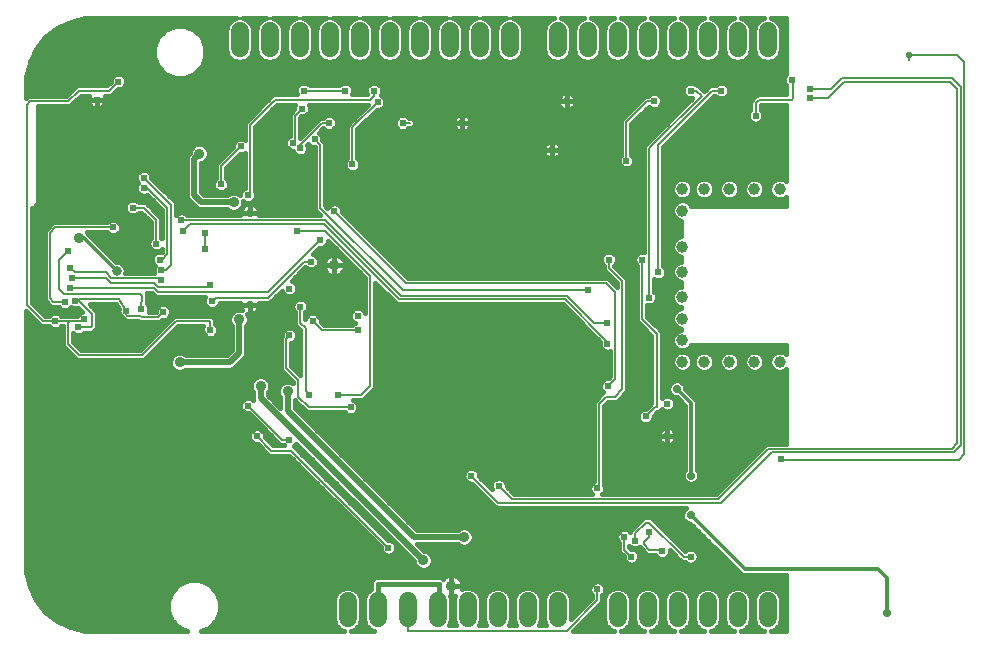
<source format=gbl>
G75*
%MOIN*%
%OFA0B0*%
%FSLAX25Y25*%
%IPPOS*%
%LPD*%
%AMOC8*
5,1,8,0,0,1.08239X$1,22.5*
%
%ADD10C,0.05937*%
%ADD11C,0.02400*%
%ADD12C,0.03200*%
%ADD13C,0.01200*%
%ADD14C,0.03600*%
%ADD15C,0.00600*%
%ADD16C,0.02200*%
%ADD17C,0.01600*%
%ADD18C,0.02000*%
%ADD19C,0.01000*%
%ADD20C,0.02800*%
%ADD21C,0.03962*%
D10*
X0137048Y0023231D02*
X0137048Y0029169D01*
X0147048Y0029169D02*
X0147048Y0023231D01*
X0157048Y0023231D02*
X0157048Y0029169D01*
X0167048Y0029169D02*
X0167048Y0023231D01*
X0177048Y0023231D02*
X0177048Y0029169D01*
X0187048Y0029169D02*
X0187048Y0023231D01*
X0197048Y0023231D02*
X0197048Y0029169D01*
X0207048Y0029169D02*
X0207048Y0023231D01*
X0227048Y0023231D02*
X0227048Y0029169D01*
X0237048Y0029169D02*
X0237048Y0023231D01*
X0247048Y0023231D02*
X0247048Y0029169D01*
X0257048Y0029169D02*
X0257048Y0023231D01*
X0267048Y0023231D02*
X0267048Y0029169D01*
X0277048Y0029169D02*
X0277048Y0023231D01*
X0277048Y0213231D02*
X0277048Y0219169D01*
X0267048Y0219169D02*
X0267048Y0213231D01*
X0257048Y0213231D02*
X0257048Y0219169D01*
X0247048Y0219169D02*
X0247048Y0213231D01*
X0237048Y0213231D02*
X0237048Y0219169D01*
X0227048Y0219169D02*
X0227048Y0213231D01*
X0217048Y0213231D02*
X0217048Y0219169D01*
X0207048Y0219169D02*
X0207048Y0213231D01*
X0191048Y0213231D02*
X0191048Y0219169D01*
X0181048Y0219169D02*
X0181048Y0213231D01*
X0171048Y0213231D02*
X0171048Y0219169D01*
X0161048Y0219169D02*
X0161048Y0213231D01*
X0151048Y0213231D02*
X0151048Y0219169D01*
X0141048Y0219169D02*
X0141048Y0213231D01*
X0131048Y0213231D02*
X0131048Y0219169D01*
X0121048Y0219169D02*
X0121048Y0213231D01*
X0111048Y0213231D02*
X0111048Y0219169D01*
X0101048Y0219169D02*
X0101048Y0213231D01*
D11*
X0122448Y0199200D03*
X0121848Y0193200D03*
X0130848Y0188400D03*
X0126048Y0183000D03*
X0121248Y0180000D03*
X0118848Y0181800D03*
X0101448Y0180600D03*
X0094848Y0168000D03*
X0103848Y0164400D03*
X0120048Y0152400D03*
X0127848Y0149400D03*
X0124848Y0142200D03*
X0117648Y0133200D03*
X0121248Y0127200D03*
X0125448Y0122400D03*
X0117648Y0117600D03*
X0140448Y0119400D03*
X0140448Y0124200D03*
X0133848Y0097800D03*
X0138048Y0093600D03*
X0124248Y0097800D03*
X0103848Y0094200D03*
X0106848Y0084000D03*
X0117648Y0082800D03*
X0150648Y0046800D03*
X0178248Y0070800D03*
X0187491Y0067453D03*
X0220248Y0066600D03*
X0229248Y0050400D03*
X0232848Y0049200D03*
X0237648Y0052200D03*
X0241848Y0045600D03*
X0231648Y0043800D03*
X0220248Y0033000D03*
X0251448Y0043800D03*
X0281673Y0076275D03*
X0243648Y0084000D03*
X0236448Y0090600D03*
X0243648Y0094800D03*
X0223848Y0100800D03*
X0223648Y0114800D03*
X0223448Y0121800D03*
X0217248Y0132600D03*
X0224161Y0142804D03*
X0235248Y0142800D03*
X0240648Y0138600D03*
X0237648Y0130200D03*
X0229969Y0175857D03*
X0205248Y0179400D03*
X0210048Y0195600D03*
X0239242Y0195691D03*
X0251448Y0199200D03*
X0261648Y0199200D03*
X0273048Y0190800D03*
X0285048Y0202800D03*
X0291048Y0199800D03*
X0291048Y0196800D03*
X0175248Y0188400D03*
X0155448Y0188400D03*
X0147040Y0195341D03*
X0145848Y0199200D03*
X0136248Y0199200D03*
X0138648Y0174600D03*
X0132648Y0159000D03*
X0091248Y0134400D03*
X0091848Y0129000D03*
X0091248Y0119400D03*
X0075648Y0125400D03*
X0068356Y0126322D03*
X0063249Y0125843D03*
X0049276Y0123006D03*
X0047238Y0120259D03*
X0039648Y0122400D03*
X0042771Y0128569D03*
X0046230Y0129203D03*
X0044555Y0133523D03*
X0045071Y0136731D03*
X0044448Y0139995D03*
X0043848Y0145800D03*
X0058848Y0153600D03*
X0065448Y0160200D03*
X0069048Y0166800D03*
X0069071Y0170181D03*
X0081648Y0156000D03*
X0082248Y0152400D03*
X0089448Y0151800D03*
X0089448Y0146400D03*
X0074448Y0142800D03*
X0074982Y0139355D03*
X0074808Y0136200D03*
X0073248Y0148200D03*
X0053448Y0196200D03*
X0060648Y0202200D03*
D12*
X0060048Y0139100D03*
D13*
X0049148Y0150000D01*
X0047448Y0150000D01*
X0246798Y0099750D02*
X0251523Y0095025D01*
X0251523Y0070875D01*
X0251373Y0057675D02*
X0251373Y0057600D01*
X0269373Y0039600D01*
X0313998Y0039600D01*
X0316998Y0036600D01*
X0316998Y0024898D01*
X0316981Y0024881D01*
D14*
X0175848Y0050400D03*
X0162259Y0042600D03*
X0171648Y0034200D03*
X0117048Y0099000D03*
X0108048Y0100800D03*
X0081048Y0108600D03*
X0100848Y0123000D03*
X0132648Y0141000D03*
X0099048Y0162000D03*
X0087648Y0178200D03*
X0047448Y0150000D03*
D15*
X0043848Y0145800D02*
X0040848Y0142800D01*
X0040848Y0133200D01*
X0042648Y0131400D01*
X0067848Y0131400D01*
X0068448Y0130800D01*
X0068356Y0126322D01*
X0067848Y0124200D02*
X0063648Y0124200D01*
X0063249Y0124599D01*
X0063249Y0125843D01*
X0060718Y0129600D01*
X0047448Y0129600D01*
X0046830Y0129203D01*
X0046230Y0129203D01*
X0047448Y0129112D02*
X0047448Y0129600D01*
X0047448Y0129112D02*
X0051819Y0124741D01*
X0051819Y0120651D01*
X0051393Y0120226D01*
X0047271Y0120226D01*
X0047238Y0120259D01*
X0048670Y0122400D02*
X0044448Y0122400D01*
X0043848Y0121800D01*
X0043848Y0114600D01*
X0047448Y0111000D01*
X0068448Y0111000D01*
X0079848Y0122400D01*
X0091248Y0122400D01*
X0091248Y0119400D01*
X0091848Y0129000D02*
X0093048Y0130200D01*
X0110448Y0130200D01*
X0122448Y0142200D01*
X0124848Y0142200D01*
X0127848Y0149400D02*
X0110374Y0131926D01*
X0074031Y0131926D01*
X0072687Y0133269D01*
X0044555Y0133523D01*
X0045071Y0136731D02*
X0056448Y0136800D01*
X0057648Y0135600D01*
X0057653Y0135600D01*
X0058050Y0135203D01*
X0072503Y0135203D01*
X0073868Y0133838D01*
X0090686Y0133838D01*
X0091248Y0134400D01*
X0078048Y0141000D02*
X0076403Y0139355D01*
X0074982Y0139355D01*
X0073848Y0136800D02*
X0074808Y0136200D01*
X0074080Y0136568D01*
X0058470Y0136568D01*
X0058248Y0136791D01*
X0058248Y0136800D01*
X0056448Y0138600D01*
X0046248Y0138600D01*
X0044448Y0139995D01*
X0042771Y0128569D02*
X0039024Y0128593D01*
X0037848Y0130200D01*
X0037848Y0151800D01*
X0039648Y0153600D01*
X0058848Y0153600D01*
X0065448Y0160200D02*
X0069048Y0160200D01*
X0073248Y0156000D01*
X0073248Y0148200D01*
X0076848Y0144600D02*
X0075048Y0142800D01*
X0074448Y0142800D01*
X0076848Y0144600D02*
X0076848Y0160200D01*
X0070248Y0166800D01*
X0069048Y0166800D01*
X0069071Y0170181D02*
X0078048Y0161204D01*
X0078048Y0141000D01*
X0089448Y0146400D02*
X0089448Y0151800D01*
X0084648Y0154800D02*
X0082248Y0152400D01*
X0084648Y0154800D02*
X0129048Y0154800D01*
X0154248Y0129600D01*
X0209448Y0129600D01*
X0223248Y0115800D01*
X0223248Y0115200D01*
X0223648Y0114800D01*
X0223048Y0114800D01*
X0223448Y0121800D02*
X0219048Y0121800D01*
X0210048Y0130800D01*
X0154848Y0130800D01*
X0129648Y0156000D01*
X0081648Y0156000D01*
X0094848Y0168000D02*
X0094848Y0174000D01*
X0101448Y0180600D01*
X0104448Y0187800D02*
X0112848Y0196200D01*
X0144648Y0196200D01*
X0145848Y0197400D01*
X0145848Y0199200D01*
X0147040Y0195341D02*
X0138648Y0186949D01*
X0138648Y0180600D01*
X0138648Y0180000D01*
X0138648Y0174600D01*
X0127848Y0181200D02*
X0126048Y0183000D01*
X0127848Y0181200D02*
X0127848Y0160200D01*
X0155448Y0132600D01*
X0217248Y0132600D01*
X0223248Y0135000D02*
X0226248Y0132000D01*
X0226248Y0103200D01*
X0223848Y0100800D01*
X0223248Y0097200D02*
X0220848Y0094800D01*
X0220848Y0067200D01*
X0220248Y0066600D01*
X0232848Y0051600D02*
X0236448Y0055200D01*
X0237648Y0055200D01*
X0249048Y0043800D01*
X0251448Y0043800D01*
X0241848Y0045600D02*
X0241248Y0046200D01*
X0237648Y0046200D01*
X0235848Y0048000D01*
X0235848Y0048600D01*
X0237648Y0050400D01*
X0237648Y0052200D01*
X0232848Y0051600D02*
X0232848Y0049200D01*
X0229248Y0050400D02*
X0229248Y0046200D01*
X0231648Y0043800D01*
X0220248Y0033000D02*
X0220248Y0029400D01*
X0210048Y0019200D01*
X0157248Y0019200D01*
X0157248Y0026000D01*
X0157048Y0026200D01*
X0157248Y0026400D01*
X0150648Y0046800D02*
X0118248Y0079200D01*
X0111648Y0079200D01*
X0106848Y0084000D01*
X0115248Y0082800D02*
X0103848Y0094200D01*
X0115248Y0082800D02*
X0117648Y0082800D01*
X0124248Y0093600D02*
X0120648Y0097200D01*
X0120648Y0102600D01*
X0116448Y0106800D01*
X0116448Y0116400D01*
X0117648Y0117600D01*
X0121248Y0121800D02*
X0121248Y0127200D01*
X0121248Y0121800D02*
X0123048Y0120000D01*
X0123048Y0099000D01*
X0124248Y0097800D01*
X0124248Y0093600D02*
X0138048Y0093600D01*
X0141648Y0097800D02*
X0133848Y0097800D01*
X0141648Y0097800D02*
X0144648Y0100800D01*
X0144648Y0137400D01*
X0129648Y0152400D01*
X0120048Y0152400D01*
X0132648Y0159000D02*
X0156648Y0135000D01*
X0223248Y0135000D01*
X0224161Y0140087D02*
X0228648Y0135600D01*
X0228648Y0099600D01*
X0226248Y0097200D01*
X0223248Y0097200D01*
X0236448Y0090600D02*
X0239448Y0093600D01*
X0240048Y0093600D01*
X0240048Y0118200D01*
X0235248Y0123000D01*
X0235248Y0142800D01*
X0240648Y0138600D02*
X0240648Y0181200D01*
X0258648Y0199200D01*
X0261648Y0199200D01*
X0255048Y0197400D02*
X0253248Y0199200D01*
X0251448Y0199200D01*
X0255048Y0197400D02*
X0237648Y0180000D01*
X0237648Y0130200D01*
X0224161Y0140087D02*
X0224161Y0142804D01*
X0229969Y0175857D02*
X0229969Y0188756D01*
X0236826Y0195613D01*
X0239164Y0195613D01*
X0239242Y0195691D01*
X0210048Y0195600D02*
X0210048Y0196800D01*
X0195648Y0199800D02*
X0195648Y0220200D01*
X0199189Y0223387D01*
X0195648Y0199800D02*
X0184248Y0188400D01*
X0175248Y0188400D01*
X0174048Y0188400D01*
X0157848Y0188400D02*
X0155448Y0188400D01*
X0136248Y0199200D02*
X0122448Y0199200D01*
X0121848Y0193200D02*
X0119448Y0190800D01*
X0119448Y0181800D01*
X0118848Y0181800D01*
X0121248Y0181200D02*
X0121248Y0180000D01*
X0121248Y0181200D02*
X0128448Y0188400D01*
X0130848Y0188400D01*
X0104448Y0187800D02*
X0104448Y0165000D01*
X0103848Y0164400D01*
X0060648Y0202200D02*
X0057648Y0199200D01*
X0047448Y0199200D01*
X0043848Y0195600D01*
X0031248Y0195600D01*
X0030048Y0194400D01*
X0030048Y0127800D01*
X0035448Y0122400D01*
X0039648Y0122400D01*
X0044448Y0122400D01*
X0048670Y0122400D02*
X0049276Y0123006D01*
X0067848Y0124200D02*
X0068448Y0123600D01*
X0073848Y0123600D01*
X0075648Y0125400D01*
X0125448Y0122400D02*
X0128448Y0119400D01*
X0140448Y0119400D01*
X0178248Y0070800D02*
X0187248Y0061800D01*
X0261648Y0061800D01*
X0278448Y0078600D01*
X0339048Y0078600D01*
X0341448Y0081000D01*
X0341448Y0200400D01*
X0338448Y0203400D01*
X0301848Y0203400D01*
X0298248Y0199800D01*
X0291048Y0199800D01*
X0291048Y0196800D02*
X0297048Y0196800D01*
X0302448Y0202200D01*
X0337848Y0202200D01*
X0340248Y0199800D01*
X0340248Y0081600D01*
X0338448Y0079800D01*
X0277248Y0079800D01*
X0260448Y0063000D01*
X0191944Y0063000D01*
X0187491Y0067453D01*
X0243648Y0083400D02*
X0243648Y0084000D01*
X0281673Y0076275D02*
X0281748Y0076200D01*
X0340848Y0076200D01*
X0342648Y0078000D01*
X0342648Y0208800D01*
X0340248Y0211200D01*
X0324048Y0211200D01*
X0324048Y0209400D01*
X0285648Y0202200D02*
X0285648Y0196800D01*
X0285048Y0196200D01*
X0274248Y0196200D01*
X0273048Y0195000D01*
X0273048Y0190800D01*
X0285048Y0202800D02*
X0285648Y0202200D01*
X0064189Y0223387D02*
X0054048Y0213600D01*
X0054048Y0196200D02*
X0053448Y0196200D01*
D16*
X0324048Y0211200D03*
D17*
X0036350Y0025502D02*
X0033251Y0029389D01*
X0031094Y0033868D01*
X0029988Y0038714D01*
X0029848Y0041200D01*
X0029848Y0125596D01*
X0034744Y0120700D01*
X0037671Y0120700D01*
X0038175Y0120196D01*
X0039131Y0119800D01*
X0040165Y0119800D01*
X0041121Y0120196D01*
X0041625Y0120700D01*
X0042148Y0120700D01*
X0042148Y0113896D01*
X0043144Y0112900D01*
X0046744Y0109300D01*
X0069152Y0109300D01*
X0070148Y0110296D01*
X0080552Y0120700D01*
X0088972Y0120700D01*
X0088648Y0119917D01*
X0088648Y0118883D01*
X0089044Y0117927D01*
X0089775Y0117196D01*
X0090731Y0116800D01*
X0091765Y0116800D01*
X0092721Y0117196D01*
X0093452Y0117927D01*
X0093848Y0118883D01*
X0093848Y0119917D01*
X0093452Y0120873D01*
X0092948Y0121377D01*
X0092948Y0123104D01*
X0091952Y0124100D01*
X0079144Y0124100D01*
X0067744Y0112700D01*
X0048152Y0112700D01*
X0045548Y0115304D01*
X0045548Y0118271D01*
X0045765Y0118054D01*
X0046721Y0117659D01*
X0047755Y0117659D01*
X0048711Y0118054D01*
X0049182Y0118526D01*
X0052098Y0118526D01*
X0052523Y0118951D01*
X0053519Y0119947D01*
X0053519Y0125445D01*
X0051064Y0127900D01*
X0059813Y0127900D01*
X0060726Y0126546D01*
X0060649Y0126360D01*
X0060649Y0125326D01*
X0061045Y0124370D01*
X0061777Y0123639D01*
X0061825Y0123619D01*
X0062545Y0122899D01*
X0062944Y0122500D01*
X0067144Y0122500D01*
X0067744Y0121900D01*
X0074552Y0121900D01*
X0075452Y0122800D01*
X0076165Y0122800D01*
X0077121Y0123196D01*
X0077852Y0123927D01*
X0078248Y0124883D01*
X0078248Y0125917D01*
X0077852Y0126873D01*
X0077121Y0127604D01*
X0076165Y0128000D01*
X0075131Y0128000D01*
X0074175Y0127604D01*
X0073444Y0126873D01*
X0073048Y0125917D01*
X0073048Y0125300D01*
X0070747Y0125300D01*
X0070956Y0125805D01*
X0070956Y0126839D01*
X0070560Y0127795D01*
X0070096Y0128259D01*
X0070134Y0130081D01*
X0070148Y0130096D01*
X0070148Y0130782D01*
X0070162Y0131469D01*
X0070148Y0131484D01*
X0070148Y0131504D01*
X0070059Y0131593D01*
X0071977Y0131575D01*
X0072331Y0131221D01*
X0073327Y0130226D01*
X0089541Y0130226D01*
X0089248Y0129517D01*
X0089248Y0128483D01*
X0089644Y0127527D01*
X0090375Y0126796D01*
X0091331Y0126400D01*
X0092365Y0126400D01*
X0093321Y0126796D01*
X0094052Y0127527D01*
X0094448Y0128483D01*
X0094448Y0128500D01*
X0101324Y0128500D01*
X0101248Y0128115D01*
X0101248Y0127800D01*
X0104448Y0127800D01*
X0107648Y0127800D01*
X0107648Y0128115D01*
X0107571Y0128500D01*
X0111152Y0128500D01*
X0112148Y0129496D01*
X0115132Y0132480D01*
X0115444Y0131727D01*
X0116175Y0130996D01*
X0117131Y0130600D01*
X0118165Y0130600D01*
X0119121Y0130996D01*
X0119852Y0131727D01*
X0120248Y0132683D01*
X0120248Y0133717D01*
X0119852Y0134673D01*
X0119121Y0135404D01*
X0118368Y0135716D01*
X0123012Y0140359D01*
X0123375Y0139996D01*
X0124331Y0139600D01*
X0125365Y0139600D01*
X0126321Y0139996D01*
X0127052Y0140727D01*
X0127448Y0141683D01*
X0127448Y0142717D01*
X0127052Y0143673D01*
X0126321Y0144404D01*
X0125568Y0144716D01*
X0127652Y0146800D01*
X0128365Y0146800D01*
X0129321Y0147196D01*
X0130052Y0147927D01*
X0130448Y0148883D01*
X0130448Y0149196D01*
X0142948Y0136696D01*
X0142948Y0124959D01*
X0142652Y0125673D01*
X0141921Y0126404D01*
X0140965Y0126800D01*
X0139931Y0126800D01*
X0138975Y0126404D01*
X0138244Y0125673D01*
X0137848Y0124717D01*
X0137848Y0123683D01*
X0138244Y0122727D01*
X0138975Y0121996D01*
X0139448Y0121800D01*
X0138975Y0121604D01*
X0138471Y0121100D01*
X0129152Y0121100D01*
X0128048Y0122204D01*
X0128048Y0122917D01*
X0127652Y0123873D01*
X0126921Y0124604D01*
X0125965Y0125000D01*
X0124931Y0125000D01*
X0123975Y0124604D01*
X0123244Y0123873D01*
X0122948Y0123159D01*
X0122948Y0125223D01*
X0123452Y0125727D01*
X0123848Y0126683D01*
X0123848Y0127717D01*
X0123452Y0128673D01*
X0122721Y0129404D01*
X0121765Y0129800D01*
X0120731Y0129800D01*
X0119775Y0129404D01*
X0119044Y0128673D01*
X0118648Y0127717D01*
X0118648Y0126683D01*
X0119044Y0125727D01*
X0119548Y0125223D01*
X0119548Y0121096D01*
X0120544Y0120100D01*
X0121348Y0119296D01*
X0121348Y0104304D01*
X0118148Y0107504D01*
X0118148Y0115000D01*
X0118165Y0115000D01*
X0119121Y0115396D01*
X0119852Y0116127D01*
X0120248Y0117083D01*
X0120248Y0118117D01*
X0119852Y0119073D01*
X0119121Y0119804D01*
X0118165Y0120200D01*
X0117131Y0120200D01*
X0116175Y0119804D01*
X0115444Y0119073D01*
X0115048Y0118117D01*
X0115048Y0117404D01*
X0114748Y0117104D01*
X0114748Y0106096D01*
X0115744Y0105100D01*
X0118948Y0101896D01*
X0118948Y0101625D01*
X0118861Y0101713D01*
X0117684Y0102200D01*
X0116411Y0102200D01*
X0115235Y0101713D01*
X0114335Y0100813D01*
X0113848Y0099637D01*
X0113848Y0098363D01*
X0114335Y0097187D01*
X0114648Y0096875D01*
X0114648Y0093413D01*
X0110448Y0097597D01*
X0110448Y0098675D01*
X0110761Y0098987D01*
X0111248Y0100163D01*
X0111248Y0101437D01*
X0110761Y0102613D01*
X0109861Y0103513D01*
X0108684Y0104000D01*
X0107411Y0104000D01*
X0106235Y0103513D01*
X0105335Y0102613D01*
X0104848Y0101437D01*
X0104848Y0100163D01*
X0105335Y0098987D01*
X0105648Y0098675D01*
X0105648Y0097075D01*
X0105647Y0097073D01*
X0105648Y0096599D01*
X0105648Y0096123D01*
X0105649Y0096120D01*
X0105649Y0096118D01*
X0105679Y0096046D01*
X0105321Y0096404D01*
X0104365Y0096800D01*
X0103331Y0096800D01*
X0102375Y0096404D01*
X0101644Y0095673D01*
X0101248Y0094717D01*
X0101248Y0093683D01*
X0101644Y0092727D01*
X0102375Y0091996D01*
X0103331Y0091600D01*
X0104044Y0091600D01*
X0114544Y0081100D01*
X0115671Y0081100D01*
X0115871Y0080900D01*
X0112352Y0080900D01*
X0109448Y0083804D01*
X0109448Y0084517D01*
X0109052Y0085473D01*
X0108321Y0086204D01*
X0107365Y0086600D01*
X0106331Y0086600D01*
X0105375Y0086204D01*
X0104644Y0085473D01*
X0104248Y0084517D01*
X0104248Y0083483D01*
X0104644Y0082527D01*
X0105375Y0081796D01*
X0106331Y0081400D01*
X0107044Y0081400D01*
X0109948Y0078496D01*
X0110944Y0077500D01*
X0117544Y0077500D01*
X0148048Y0046996D01*
X0148048Y0046283D01*
X0148444Y0045327D01*
X0149175Y0044596D01*
X0150131Y0044200D01*
X0151165Y0044200D01*
X0152121Y0044596D01*
X0152852Y0045327D01*
X0153248Y0046283D01*
X0153248Y0047317D01*
X0152852Y0048273D01*
X0152121Y0049004D01*
X0151165Y0049400D01*
X0150452Y0049400D01*
X0119948Y0079904D01*
X0119188Y0080664D01*
X0119852Y0081327D01*
X0119889Y0081417D01*
X0159059Y0042400D01*
X0159059Y0041963D01*
X0159546Y0040787D01*
X0160446Y0039887D01*
X0161622Y0039400D01*
X0162895Y0039400D01*
X0164071Y0039887D01*
X0164972Y0040787D01*
X0165459Y0041963D01*
X0165459Y0043237D01*
X0164972Y0044413D01*
X0164071Y0045313D01*
X0162895Y0045800D01*
X0162447Y0045800D01*
X0160238Y0048000D01*
X0173722Y0048000D01*
X0174035Y0047687D01*
X0175211Y0047200D01*
X0176484Y0047200D01*
X0177661Y0047687D01*
X0178561Y0048587D01*
X0179048Y0049763D01*
X0179048Y0051037D01*
X0178561Y0052213D01*
X0177661Y0053113D01*
X0176484Y0053600D01*
X0175211Y0053600D01*
X0174035Y0053113D01*
X0173722Y0052800D01*
X0160042Y0052800D01*
X0119448Y0093394D01*
X0119448Y0095996D01*
X0119944Y0095500D01*
X0123544Y0091900D01*
X0136071Y0091900D01*
X0136575Y0091396D01*
X0137531Y0091000D01*
X0138565Y0091000D01*
X0139521Y0091396D01*
X0140252Y0092127D01*
X0140648Y0093083D01*
X0140648Y0094117D01*
X0140252Y0095073D01*
X0139521Y0095804D01*
X0138806Y0096100D01*
X0142352Y0096100D01*
X0145352Y0099100D01*
X0146348Y0100096D01*
X0146348Y0135096D01*
X0153544Y0127900D01*
X0208744Y0127900D01*
X0221130Y0115514D01*
X0221048Y0115317D01*
X0221048Y0114283D01*
X0221444Y0113327D01*
X0222175Y0112596D01*
X0223131Y0112200D01*
X0224165Y0112200D01*
X0224548Y0112359D01*
X0224548Y0103904D01*
X0224044Y0103400D01*
X0223331Y0103400D01*
X0222375Y0103004D01*
X0221644Y0102273D01*
X0221248Y0101317D01*
X0221248Y0100283D01*
X0221644Y0099327D01*
X0222307Y0098664D01*
X0219148Y0095504D01*
X0219148Y0068959D01*
X0218775Y0068804D01*
X0218044Y0068073D01*
X0217648Y0067117D01*
X0217648Y0066083D01*
X0218044Y0065127D01*
X0218471Y0064700D01*
X0192648Y0064700D01*
X0190091Y0067257D01*
X0190091Y0067970D01*
X0189695Y0068925D01*
X0188964Y0069657D01*
X0188008Y0070053D01*
X0186974Y0070053D01*
X0186018Y0069657D01*
X0185287Y0068925D01*
X0184891Y0067970D01*
X0184891Y0066935D01*
X0185156Y0066296D01*
X0180848Y0070604D01*
X0180848Y0071317D01*
X0180452Y0072273D01*
X0179721Y0073004D01*
X0178765Y0073400D01*
X0177731Y0073400D01*
X0176775Y0073004D01*
X0176044Y0072273D01*
X0175648Y0071317D01*
X0175648Y0070283D01*
X0176044Y0069327D01*
X0176775Y0068596D01*
X0177731Y0068200D01*
X0178444Y0068200D01*
X0186544Y0060100D01*
X0249911Y0060100D01*
X0249787Y0060049D01*
X0248999Y0059261D01*
X0248573Y0058232D01*
X0248573Y0057118D01*
X0248999Y0056089D01*
X0249787Y0055301D01*
X0250816Y0054875D01*
X0251270Y0054875D01*
X0267373Y0038772D01*
X0268545Y0037600D01*
X0283248Y0037600D01*
X0283248Y0019000D01*
X0278248Y0019000D01*
X0279523Y0019528D01*
X0280751Y0020757D01*
X0281416Y0022363D01*
X0281416Y0030037D01*
X0280751Y0031643D01*
X0279523Y0032872D01*
X0277917Y0033537D01*
X0276179Y0033537D01*
X0274573Y0032872D01*
X0273345Y0031643D01*
X0272679Y0030037D01*
X0272679Y0022363D01*
X0273345Y0020757D01*
X0274573Y0019528D01*
X0275848Y0019000D01*
X0268248Y0019000D01*
X0269523Y0019528D01*
X0270751Y0020757D01*
X0271416Y0022363D01*
X0271416Y0030037D01*
X0270751Y0031643D01*
X0269523Y0032872D01*
X0267917Y0033537D01*
X0266179Y0033537D01*
X0264573Y0032872D01*
X0263345Y0031643D01*
X0262679Y0030037D01*
X0262679Y0022363D01*
X0263345Y0020757D01*
X0264573Y0019528D01*
X0265848Y0019000D01*
X0258248Y0019000D01*
X0259523Y0019528D01*
X0260751Y0020757D01*
X0261416Y0022363D01*
X0261416Y0030037D01*
X0260751Y0031643D01*
X0259523Y0032872D01*
X0257917Y0033537D01*
X0256179Y0033537D01*
X0254573Y0032872D01*
X0253345Y0031643D01*
X0252679Y0030037D01*
X0252679Y0022363D01*
X0253345Y0020757D01*
X0254573Y0019528D01*
X0255848Y0019000D01*
X0248248Y0019000D01*
X0249523Y0019528D01*
X0250751Y0020757D01*
X0251416Y0022363D01*
X0251416Y0030037D01*
X0250751Y0031643D01*
X0249523Y0032872D01*
X0247917Y0033537D01*
X0246179Y0033537D01*
X0244573Y0032872D01*
X0243345Y0031643D01*
X0242679Y0030037D01*
X0242679Y0022363D01*
X0243345Y0020757D01*
X0244573Y0019528D01*
X0245848Y0019000D01*
X0238248Y0019000D01*
X0239523Y0019528D01*
X0240751Y0020757D01*
X0241416Y0022363D01*
X0241416Y0030037D01*
X0240751Y0031643D01*
X0239523Y0032872D01*
X0237917Y0033537D01*
X0236179Y0033537D01*
X0234573Y0032872D01*
X0233345Y0031643D01*
X0232679Y0030037D01*
X0232679Y0022363D01*
X0233345Y0020757D01*
X0234573Y0019528D01*
X0235848Y0019000D01*
X0228248Y0019000D01*
X0229523Y0019528D01*
X0230751Y0020757D01*
X0231416Y0022363D01*
X0231416Y0030037D01*
X0230751Y0031643D01*
X0229523Y0032872D01*
X0227917Y0033537D01*
X0226179Y0033537D01*
X0224573Y0032872D01*
X0223345Y0031643D01*
X0222679Y0030037D01*
X0222679Y0022363D01*
X0223345Y0020757D01*
X0224573Y0019528D01*
X0225848Y0019000D01*
X0212252Y0019000D01*
X0221948Y0028696D01*
X0221948Y0031023D01*
X0222452Y0031527D01*
X0222848Y0032483D01*
X0222848Y0033517D01*
X0222452Y0034473D01*
X0221721Y0035204D01*
X0220765Y0035600D01*
X0219731Y0035600D01*
X0218775Y0035204D01*
X0218044Y0034473D01*
X0217648Y0033517D01*
X0217648Y0032483D01*
X0218044Y0031527D01*
X0218548Y0031023D01*
X0218548Y0030104D01*
X0211416Y0022973D01*
X0211416Y0030037D01*
X0210751Y0031643D01*
X0209523Y0032872D01*
X0207917Y0033537D01*
X0206179Y0033537D01*
X0204573Y0032872D01*
X0203345Y0031643D01*
X0202679Y0030037D01*
X0202679Y0022363D01*
X0203285Y0020900D01*
X0200811Y0020900D01*
X0201416Y0022363D01*
X0201416Y0030037D01*
X0200751Y0031643D01*
X0199523Y0032872D01*
X0197917Y0033537D01*
X0196179Y0033537D01*
X0194573Y0032872D01*
X0193345Y0031643D01*
X0192679Y0030037D01*
X0192679Y0022363D01*
X0193285Y0020900D01*
X0190811Y0020900D01*
X0191416Y0022363D01*
X0191416Y0030037D01*
X0190751Y0031643D01*
X0189523Y0032872D01*
X0187917Y0033537D01*
X0186179Y0033537D01*
X0184573Y0032872D01*
X0183345Y0031643D01*
X0182679Y0030037D01*
X0182679Y0022363D01*
X0183285Y0020900D01*
X0180811Y0020900D01*
X0181416Y0022363D01*
X0181416Y0030037D01*
X0180751Y0031643D01*
X0179523Y0032872D01*
X0177917Y0033537D01*
X0176179Y0033537D01*
X0175082Y0033082D01*
X0175110Y0033150D01*
X0175248Y0033845D01*
X0175248Y0034200D01*
X0175248Y0034555D01*
X0175110Y0035250D01*
X0174838Y0035905D01*
X0174444Y0036495D01*
X0173943Y0036996D01*
X0173353Y0037390D01*
X0172698Y0037662D01*
X0172003Y0037800D01*
X0171648Y0037800D01*
X0171648Y0034200D01*
X0171648Y0033000D01*
X0171648Y0033102D02*
X0171648Y0033102D01*
X0171648Y0034200D02*
X0171648Y0030600D01*
X0172003Y0030600D01*
X0172698Y0030738D01*
X0173026Y0030874D01*
X0172679Y0030037D01*
X0172679Y0022363D01*
X0173285Y0020900D01*
X0170811Y0020900D01*
X0171416Y0022363D01*
X0171416Y0030037D01*
X0171174Y0030624D01*
X0171293Y0030600D01*
X0171648Y0030600D01*
X0171648Y0034200D01*
X0175248Y0034200D01*
X0171648Y0034200D01*
X0171648Y0034200D01*
X0171648Y0034200D01*
X0171648Y0034200D01*
X0171648Y0037800D01*
X0171293Y0037800D01*
X0170598Y0037662D01*
X0169943Y0037390D01*
X0169353Y0036996D01*
X0168858Y0036501D01*
X0168359Y0037000D01*
X0146137Y0037000D01*
X0144848Y0035711D01*
X0144848Y0032986D01*
X0144573Y0032872D01*
X0143345Y0031643D01*
X0142679Y0030037D01*
X0142679Y0022363D01*
X0143345Y0020757D01*
X0144573Y0019528D01*
X0145848Y0019000D01*
X0138248Y0019000D01*
X0139523Y0019528D01*
X0140751Y0020757D01*
X0141416Y0022363D01*
X0141416Y0030037D01*
X0140751Y0031643D01*
X0139523Y0032872D01*
X0137917Y0033537D01*
X0136179Y0033537D01*
X0134573Y0032872D01*
X0133345Y0031643D01*
X0132679Y0030037D01*
X0132679Y0022363D01*
X0133345Y0020757D01*
X0134573Y0019528D01*
X0135848Y0019000D01*
X0088331Y0019000D01*
X0090769Y0020010D01*
X0093188Y0022429D01*
X0094497Y0025590D01*
X0094497Y0029010D01*
X0093188Y0032171D01*
X0090769Y0034590D01*
X0087608Y0035899D01*
X0084187Y0035899D01*
X0081027Y0034590D01*
X0078608Y0032171D01*
X0077299Y0029010D01*
X0077299Y0025590D01*
X0078608Y0022429D01*
X0081027Y0020010D01*
X0083465Y0019000D01*
X0052048Y0019000D01*
X0049562Y0019140D01*
X0044716Y0020246D01*
X0040237Y0022403D01*
X0036350Y0025502D01*
X0036843Y0025109D02*
X0077498Y0025109D01*
X0077299Y0026708D02*
X0035389Y0026708D01*
X0034114Y0028306D02*
X0077299Y0028306D01*
X0077669Y0029905D02*
X0033002Y0029905D01*
X0032232Y0031503D02*
X0078331Y0031503D01*
X0079539Y0033102D02*
X0031463Y0033102D01*
X0030904Y0034700D02*
X0081293Y0034700D01*
X0090503Y0034700D02*
X0144848Y0034700D01*
X0144848Y0033102D02*
X0138968Y0033102D01*
X0140809Y0031503D02*
X0143287Y0031503D01*
X0142679Y0029905D02*
X0141416Y0029905D01*
X0141416Y0028306D02*
X0142679Y0028306D01*
X0142679Y0026708D02*
X0141416Y0026708D01*
X0141416Y0025109D02*
X0142679Y0025109D01*
X0142679Y0023511D02*
X0141416Y0023511D01*
X0141230Y0021912D02*
X0142866Y0021912D01*
X0143788Y0020314D02*
X0140308Y0020314D01*
X0133788Y0020314D02*
X0091073Y0020314D01*
X0092671Y0021912D02*
X0132866Y0021912D01*
X0132679Y0023511D02*
X0093636Y0023511D01*
X0094298Y0025109D02*
X0132679Y0025109D01*
X0132679Y0026708D02*
X0094497Y0026708D01*
X0094497Y0028306D02*
X0132679Y0028306D01*
X0132679Y0029905D02*
X0094127Y0029905D01*
X0093465Y0031503D02*
X0133287Y0031503D01*
X0135128Y0033102D02*
X0092257Y0033102D01*
X0078160Y0023511D02*
X0038848Y0023511D01*
X0041256Y0021912D02*
X0079125Y0021912D01*
X0080723Y0020314D02*
X0044575Y0020314D01*
X0030539Y0036299D02*
X0145435Y0036299D01*
X0147048Y0034800D02*
X0167448Y0034800D01*
X0167448Y0026600D01*
X0167048Y0026200D01*
X0171416Y0026708D02*
X0172679Y0026708D01*
X0172679Y0028306D02*
X0171416Y0028306D01*
X0171416Y0029905D02*
X0172679Y0029905D01*
X0171648Y0031503D02*
X0171648Y0031503D01*
X0171648Y0034700D02*
X0171648Y0034700D01*
X0171648Y0036299D02*
X0171648Y0036299D01*
X0174575Y0036299D02*
X0283248Y0036299D01*
X0283248Y0034700D02*
X0222225Y0034700D01*
X0222848Y0033102D02*
X0225128Y0033102D01*
X0223287Y0031503D02*
X0222428Y0031503D01*
X0222679Y0029905D02*
X0221948Y0029905D01*
X0221558Y0028306D02*
X0222679Y0028306D01*
X0222679Y0026708D02*
X0219960Y0026708D01*
X0218361Y0025109D02*
X0222679Y0025109D01*
X0222679Y0023511D02*
X0216763Y0023511D01*
X0215164Y0021912D02*
X0222866Y0021912D01*
X0223788Y0020314D02*
X0213566Y0020314D01*
X0211954Y0023511D02*
X0211416Y0023511D01*
X0211416Y0025109D02*
X0213553Y0025109D01*
X0215151Y0026708D02*
X0211416Y0026708D01*
X0211416Y0028306D02*
X0216750Y0028306D01*
X0218348Y0029905D02*
X0211416Y0029905D01*
X0210809Y0031503D02*
X0218068Y0031503D01*
X0217648Y0033102D02*
X0208968Y0033102D01*
X0205128Y0033102D02*
X0198968Y0033102D01*
X0200809Y0031503D02*
X0203287Y0031503D01*
X0202679Y0029905D02*
X0201416Y0029905D01*
X0201416Y0028306D02*
X0202679Y0028306D01*
X0202679Y0026708D02*
X0201416Y0026708D01*
X0201416Y0025109D02*
X0202679Y0025109D01*
X0202679Y0023511D02*
X0201416Y0023511D01*
X0201230Y0021912D02*
X0202866Y0021912D01*
X0192866Y0021912D02*
X0191230Y0021912D01*
X0191416Y0023511D02*
X0192679Y0023511D01*
X0192679Y0025109D02*
X0191416Y0025109D01*
X0191416Y0026708D02*
X0192679Y0026708D01*
X0192679Y0028306D02*
X0191416Y0028306D01*
X0191416Y0029905D02*
X0192679Y0029905D01*
X0193287Y0031503D02*
X0190809Y0031503D01*
X0188968Y0033102D02*
X0195128Y0033102D01*
X0185128Y0033102D02*
X0178968Y0033102D01*
X0180809Y0031503D02*
X0183287Y0031503D01*
X0182679Y0029905D02*
X0181416Y0029905D01*
X0181416Y0028306D02*
X0182679Y0028306D01*
X0182679Y0026708D02*
X0181416Y0026708D01*
X0181416Y0025109D02*
X0182679Y0025109D01*
X0182679Y0023511D02*
X0181416Y0023511D01*
X0181230Y0021912D02*
X0182866Y0021912D01*
X0172866Y0021912D02*
X0171230Y0021912D01*
X0171416Y0023511D02*
X0172679Y0023511D01*
X0172679Y0025109D02*
X0171416Y0025109D01*
X0175090Y0033102D02*
X0175128Y0033102D01*
X0175219Y0034700D02*
X0218271Y0034700D01*
X0228968Y0033102D02*
X0235128Y0033102D01*
X0233287Y0031503D02*
X0230809Y0031503D01*
X0231416Y0029905D02*
X0232679Y0029905D01*
X0232679Y0028306D02*
X0231416Y0028306D01*
X0231416Y0026708D02*
X0232679Y0026708D01*
X0232679Y0025109D02*
X0231416Y0025109D01*
X0231416Y0023511D02*
X0232679Y0023511D01*
X0232866Y0021912D02*
X0231230Y0021912D01*
X0230308Y0020314D02*
X0233788Y0020314D01*
X0240308Y0020314D02*
X0243788Y0020314D01*
X0242866Y0021912D02*
X0241230Y0021912D01*
X0241416Y0023511D02*
X0242679Y0023511D01*
X0242679Y0025109D02*
X0241416Y0025109D01*
X0241416Y0026708D02*
X0242679Y0026708D01*
X0242679Y0028306D02*
X0241416Y0028306D01*
X0241416Y0029905D02*
X0242679Y0029905D01*
X0243287Y0031503D02*
X0240809Y0031503D01*
X0238968Y0033102D02*
X0245128Y0033102D01*
X0248968Y0033102D02*
X0255128Y0033102D01*
X0253287Y0031503D02*
X0250809Y0031503D01*
X0251416Y0029905D02*
X0252679Y0029905D01*
X0252679Y0028306D02*
X0251416Y0028306D01*
X0251416Y0026708D02*
X0252679Y0026708D01*
X0252679Y0025109D02*
X0251416Y0025109D01*
X0251416Y0023511D02*
X0252679Y0023511D01*
X0252866Y0021912D02*
X0251230Y0021912D01*
X0250308Y0020314D02*
X0253788Y0020314D01*
X0260308Y0020314D02*
X0263788Y0020314D01*
X0262866Y0021912D02*
X0261230Y0021912D01*
X0261416Y0023511D02*
X0262679Y0023511D01*
X0262679Y0025109D02*
X0261416Y0025109D01*
X0261416Y0026708D02*
X0262679Y0026708D01*
X0262679Y0028306D02*
X0261416Y0028306D01*
X0261416Y0029905D02*
X0262679Y0029905D01*
X0263287Y0031503D02*
X0260809Y0031503D01*
X0258968Y0033102D02*
X0265128Y0033102D01*
X0268968Y0033102D02*
X0275128Y0033102D01*
X0273287Y0031503D02*
X0270809Y0031503D01*
X0271416Y0029905D02*
X0272679Y0029905D01*
X0272679Y0028306D02*
X0271416Y0028306D01*
X0271416Y0026708D02*
X0272679Y0026708D01*
X0272679Y0025109D02*
X0271416Y0025109D01*
X0271416Y0023511D02*
X0272679Y0023511D01*
X0272866Y0021912D02*
X0271230Y0021912D01*
X0270308Y0020314D02*
X0273788Y0020314D01*
X0280308Y0020314D02*
X0283248Y0020314D01*
X0283248Y0021912D02*
X0281230Y0021912D01*
X0281416Y0023511D02*
X0283248Y0023511D01*
X0283248Y0025109D02*
X0281416Y0025109D01*
X0281416Y0026708D02*
X0283248Y0026708D01*
X0283248Y0028306D02*
X0281416Y0028306D01*
X0281416Y0029905D02*
X0283248Y0029905D01*
X0283248Y0031503D02*
X0280809Y0031503D01*
X0278968Y0033102D02*
X0283248Y0033102D01*
X0268247Y0037897D02*
X0030174Y0037897D01*
X0029944Y0039496D02*
X0161391Y0039496D01*
X0163126Y0039496D02*
X0266649Y0039496D01*
X0265050Y0041094D02*
X0165099Y0041094D01*
X0165459Y0042693D02*
X0229292Y0042693D01*
X0229444Y0042327D02*
X0230175Y0041596D01*
X0231131Y0041200D01*
X0232165Y0041200D01*
X0233121Y0041596D01*
X0233852Y0042327D01*
X0234248Y0043283D01*
X0234248Y0044317D01*
X0233852Y0045273D01*
X0233121Y0046004D01*
X0232165Y0046400D01*
X0231452Y0046400D01*
X0230948Y0046904D01*
X0230948Y0047423D01*
X0231375Y0046996D01*
X0232331Y0046600D01*
X0233365Y0046600D01*
X0234321Y0046996D01*
X0234384Y0047059D01*
X0235948Y0045496D01*
X0236944Y0044500D01*
X0239489Y0044500D01*
X0239644Y0044127D01*
X0240375Y0043396D01*
X0241331Y0043000D01*
X0242365Y0043000D01*
X0243321Y0043396D01*
X0244052Y0044127D01*
X0244448Y0045083D01*
X0244448Y0045996D01*
X0247348Y0043096D01*
X0248344Y0042100D01*
X0249471Y0042100D01*
X0249975Y0041596D01*
X0250931Y0041200D01*
X0251965Y0041200D01*
X0252921Y0041596D01*
X0253652Y0042327D01*
X0254048Y0043283D01*
X0254048Y0044317D01*
X0253652Y0045273D01*
X0252921Y0046004D01*
X0251965Y0046400D01*
X0250931Y0046400D01*
X0249975Y0046004D01*
X0249612Y0045641D01*
X0238352Y0056900D01*
X0235744Y0056900D01*
X0234748Y0055904D01*
X0231148Y0052304D01*
X0231148Y0052177D01*
X0230721Y0052604D01*
X0229765Y0053000D01*
X0228731Y0053000D01*
X0227775Y0052604D01*
X0227044Y0051873D01*
X0226648Y0050917D01*
X0226648Y0049883D01*
X0227044Y0048927D01*
X0227548Y0048423D01*
X0227548Y0045496D01*
X0229048Y0043996D01*
X0229048Y0043283D01*
X0229444Y0042327D01*
X0228753Y0044291D02*
X0165022Y0044291D01*
X0162357Y0045890D02*
X0227548Y0045890D01*
X0227548Y0047488D02*
X0177180Y0047488D01*
X0178768Y0049087D02*
X0226978Y0049087D01*
X0226648Y0050685D02*
X0179048Y0050685D01*
X0178490Y0052284D02*
X0227455Y0052284D01*
X0231041Y0052284D02*
X0231148Y0052284D01*
X0232726Y0053882D02*
X0158960Y0053882D01*
X0157361Y0055481D02*
X0234325Y0055481D01*
X0239771Y0055481D02*
X0249607Y0055481D01*
X0248589Y0057079D02*
X0155763Y0057079D01*
X0154164Y0058678D02*
X0248758Y0058678D01*
X0252262Y0053882D02*
X0241370Y0053882D01*
X0242968Y0052284D02*
X0253861Y0052284D01*
X0255459Y0050685D02*
X0244567Y0050685D01*
X0246165Y0049087D02*
X0257058Y0049087D01*
X0258656Y0047488D02*
X0247764Y0047488D01*
X0249362Y0045890D02*
X0249861Y0045890D01*
X0253035Y0045890D02*
X0260255Y0045890D01*
X0261853Y0044291D02*
X0254048Y0044291D01*
X0253804Y0042693D02*
X0263452Y0042693D01*
X0247751Y0042693D02*
X0234004Y0042693D01*
X0234248Y0044291D02*
X0239576Y0044291D01*
X0235554Y0045890D02*
X0233235Y0045890D01*
X0244120Y0044291D02*
X0246153Y0044291D01*
X0244554Y0045890D02*
X0244448Y0045890D01*
X0259744Y0064700D02*
X0222025Y0064700D01*
X0222452Y0065127D01*
X0222848Y0066083D01*
X0222848Y0067117D01*
X0222548Y0067841D01*
X0222548Y0094096D01*
X0223952Y0095500D01*
X0226952Y0095500D01*
X0227948Y0096496D01*
X0230348Y0098896D01*
X0230348Y0136304D01*
X0229352Y0137300D01*
X0225861Y0140791D01*
X0225861Y0140827D01*
X0226366Y0141331D01*
X0226761Y0142287D01*
X0226761Y0143321D01*
X0226366Y0144277D01*
X0225634Y0145008D01*
X0224679Y0145404D01*
X0223644Y0145404D01*
X0222689Y0145008D01*
X0221957Y0144277D01*
X0221561Y0143321D01*
X0221561Y0142287D01*
X0221957Y0141331D01*
X0222461Y0140827D01*
X0222461Y0139382D01*
X0226948Y0134896D01*
X0226948Y0133704D01*
X0223952Y0136700D01*
X0157352Y0136700D01*
X0135248Y0158804D01*
X0135248Y0159517D01*
X0134852Y0160473D01*
X0134121Y0161204D01*
X0133165Y0161600D01*
X0132131Y0161600D01*
X0131175Y0161204D01*
X0130444Y0160473D01*
X0130308Y0160144D01*
X0129548Y0160904D01*
X0129548Y0181904D01*
X0128648Y0182804D01*
X0128648Y0183517D01*
X0128252Y0184473D01*
X0127588Y0185136D01*
X0129012Y0186559D01*
X0129011Y0186559D01*
X0129012Y0186559D02*
X0129375Y0186196D01*
X0130331Y0185800D01*
X0131365Y0185800D01*
X0132321Y0186196D01*
X0133052Y0186927D01*
X0133448Y0187883D01*
X0133448Y0188917D01*
X0133052Y0189873D01*
X0132321Y0190604D01*
X0131365Y0191000D01*
X0130331Y0191000D01*
X0129375Y0190604D01*
X0128871Y0190100D01*
X0127744Y0190100D01*
X0126748Y0189104D01*
X0121148Y0183504D01*
X0121148Y0190096D01*
X0121652Y0190600D01*
X0122365Y0190600D01*
X0123321Y0190996D01*
X0124052Y0191727D01*
X0124448Y0192683D01*
X0124448Y0193717D01*
X0124124Y0194500D01*
X0143795Y0194500D01*
X0137944Y0188649D01*
X0136948Y0187653D01*
X0136948Y0176577D01*
X0136444Y0176073D01*
X0136048Y0175117D01*
X0136048Y0174083D01*
X0136444Y0173127D01*
X0137175Y0172396D01*
X0138131Y0172000D01*
X0139165Y0172000D01*
X0140121Y0172396D01*
X0140852Y0173127D01*
X0141248Y0174083D01*
X0141248Y0175117D01*
X0140852Y0176073D01*
X0140348Y0176577D01*
X0140348Y0186245D01*
X0146844Y0192741D01*
X0147557Y0192741D01*
X0148513Y0193137D01*
X0149244Y0193869D01*
X0149640Y0194824D01*
X0149640Y0195859D01*
X0149244Y0196814D01*
X0148513Y0197546D01*
X0148055Y0197735D01*
X0148448Y0198683D01*
X0148448Y0199717D01*
X0148052Y0200673D01*
X0147321Y0201404D01*
X0146365Y0201800D01*
X0145331Y0201800D01*
X0144375Y0201404D01*
X0143644Y0200673D01*
X0143248Y0199717D01*
X0143248Y0198683D01*
X0143572Y0197900D01*
X0138524Y0197900D01*
X0138848Y0198683D01*
X0138848Y0199717D01*
X0138452Y0200673D01*
X0137721Y0201404D01*
X0136765Y0201800D01*
X0135731Y0201800D01*
X0134775Y0201404D01*
X0134271Y0200900D01*
X0124425Y0200900D01*
X0123921Y0201404D01*
X0122965Y0201800D01*
X0121931Y0201800D01*
X0120975Y0201404D01*
X0120244Y0200673D01*
X0119848Y0199717D01*
X0119848Y0198683D01*
X0120172Y0197900D01*
X0112144Y0197900D01*
X0102748Y0188504D01*
X0102748Y0182876D01*
X0101965Y0183200D01*
X0100931Y0183200D01*
X0099975Y0182804D01*
X0099244Y0182073D01*
X0098848Y0181117D01*
X0098848Y0180404D01*
X0093148Y0174704D01*
X0093148Y0169977D01*
X0092644Y0169473D01*
X0092248Y0168517D01*
X0092248Y0167483D01*
X0092644Y0166527D01*
X0093375Y0165796D01*
X0094331Y0165400D01*
X0095365Y0165400D01*
X0096321Y0165796D01*
X0097052Y0166527D01*
X0097448Y0167483D01*
X0097448Y0168517D01*
X0097052Y0169473D01*
X0096548Y0169977D01*
X0096548Y0173296D01*
X0101252Y0178000D01*
X0101965Y0178000D01*
X0102748Y0178324D01*
X0102748Y0166759D01*
X0102375Y0166604D01*
X0101644Y0165873D01*
X0101248Y0164917D01*
X0101248Y0164325D01*
X0100861Y0164713D01*
X0099684Y0165200D01*
X0098411Y0165200D01*
X0097235Y0164713D01*
X0096922Y0164400D01*
X0089242Y0164400D01*
X0088248Y0165394D01*
X0088248Y0175000D01*
X0088284Y0175000D01*
X0089461Y0175487D01*
X0090361Y0176387D01*
X0090848Y0177563D01*
X0090848Y0178837D01*
X0090361Y0180013D01*
X0089461Y0180913D01*
X0088284Y0181400D01*
X0087011Y0181400D01*
X0085835Y0180913D01*
X0084935Y0180013D01*
X0084448Y0178837D01*
X0084448Y0178394D01*
X0083813Y0177759D01*
X0083448Y0176877D01*
X0083448Y0163923D01*
X0083813Y0163041D01*
X0084488Y0162365D01*
X0086888Y0159965D01*
X0087771Y0159600D01*
X0096922Y0159600D01*
X0097235Y0159287D01*
X0098411Y0158800D01*
X0099684Y0158800D01*
X0100861Y0159287D01*
X0101761Y0160187D01*
X0102248Y0161363D01*
X0102248Y0162323D01*
X0102375Y0162196D01*
X0103331Y0161800D01*
X0104365Y0161800D01*
X0105321Y0162196D01*
X0106052Y0162927D01*
X0106448Y0163883D01*
X0106448Y0164917D01*
X0106148Y0165641D01*
X0106148Y0187096D01*
X0113552Y0194500D01*
X0119572Y0194500D01*
X0119248Y0193717D01*
X0119248Y0193004D01*
X0117748Y0191504D01*
X0117748Y0184159D01*
X0117375Y0184004D01*
X0116644Y0183273D01*
X0116248Y0182317D01*
X0116248Y0181283D01*
X0116644Y0180327D01*
X0117375Y0179596D01*
X0118331Y0179200D01*
X0118765Y0179200D01*
X0119044Y0178527D01*
X0119775Y0177796D01*
X0120731Y0177400D01*
X0121765Y0177400D01*
X0122721Y0177796D01*
X0123452Y0178527D01*
X0123848Y0179483D01*
X0123848Y0180517D01*
X0123591Y0181138D01*
X0123912Y0181459D01*
X0124575Y0180796D01*
X0125531Y0180400D01*
X0126148Y0180400D01*
X0126148Y0159496D01*
X0127144Y0158500D01*
X0127944Y0157700D01*
X0107571Y0157700D01*
X0107648Y0158085D01*
X0107648Y0158400D01*
X0107648Y0158715D01*
X0107525Y0159333D01*
X0107284Y0159916D01*
X0106934Y0160440D01*
X0106488Y0160886D01*
X0105964Y0161236D01*
X0105381Y0161477D01*
X0104763Y0161600D01*
X0104448Y0161600D01*
X0104448Y0158400D01*
X0107648Y0158400D01*
X0104448Y0158400D01*
X0104448Y0158400D01*
X0104448Y0158400D01*
X0104448Y0161600D01*
X0104133Y0161600D01*
X0103515Y0161477D01*
X0102932Y0161236D01*
X0102408Y0160886D01*
X0101962Y0160440D01*
X0101612Y0159916D01*
X0101371Y0159333D01*
X0101248Y0158715D01*
X0101248Y0158400D01*
X0104448Y0158400D01*
X0104448Y0158400D01*
X0101248Y0158400D01*
X0101248Y0158085D01*
X0101324Y0157700D01*
X0083625Y0157700D01*
X0083121Y0158204D01*
X0082165Y0158600D01*
X0081131Y0158600D01*
X0080175Y0158204D01*
X0079748Y0157777D01*
X0079748Y0161908D01*
X0078752Y0162904D01*
X0071671Y0169985D01*
X0071671Y0170698D01*
X0071275Y0171654D01*
X0070544Y0172385D01*
X0069588Y0172781D01*
X0068554Y0172781D01*
X0067598Y0172385D01*
X0066867Y0171654D01*
X0066471Y0170698D01*
X0066471Y0169664D01*
X0066867Y0168708D01*
X0067073Y0168502D01*
X0066844Y0168273D01*
X0066448Y0167317D01*
X0066448Y0166283D01*
X0066844Y0165327D01*
X0067575Y0164596D01*
X0068531Y0164200D01*
X0069565Y0164200D01*
X0070186Y0164457D01*
X0075148Y0159496D01*
X0075148Y0149977D01*
X0074948Y0150177D01*
X0074948Y0156704D01*
X0070748Y0160904D01*
X0069752Y0161900D01*
X0067425Y0161900D01*
X0066921Y0162404D01*
X0065965Y0162800D01*
X0064931Y0162800D01*
X0063975Y0162404D01*
X0063244Y0161673D01*
X0062848Y0160717D01*
X0062848Y0159683D01*
X0063244Y0158727D01*
X0063975Y0157996D01*
X0064931Y0157600D01*
X0065965Y0157600D01*
X0066921Y0157996D01*
X0067425Y0158500D01*
X0068344Y0158500D01*
X0071548Y0155296D01*
X0071548Y0150177D01*
X0071044Y0149673D01*
X0070648Y0148717D01*
X0070648Y0147683D01*
X0071044Y0146727D01*
X0071775Y0145996D01*
X0072731Y0145600D01*
X0073765Y0145600D01*
X0074721Y0145996D01*
X0075148Y0146423D01*
X0075148Y0145324D01*
X0074965Y0145400D01*
X0073931Y0145400D01*
X0072975Y0145004D01*
X0072244Y0144273D01*
X0071848Y0143317D01*
X0071848Y0142283D01*
X0072244Y0141327D01*
X0072768Y0140803D01*
X0072382Y0139872D01*
X0072382Y0138838D01*
X0072618Y0138268D01*
X0062951Y0138268D01*
X0063048Y0138503D01*
X0063048Y0139697D01*
X0062591Y0140799D01*
X0061747Y0141643D01*
X0060645Y0142100D01*
X0059876Y0142100D01*
X0051148Y0150828D01*
X0050076Y0151900D01*
X0056871Y0151900D01*
X0057375Y0151396D01*
X0058331Y0151000D01*
X0059365Y0151000D01*
X0060321Y0151396D01*
X0061052Y0152127D01*
X0061448Y0153083D01*
X0061448Y0154117D01*
X0061052Y0155073D01*
X0060321Y0155804D01*
X0059365Y0156200D01*
X0058331Y0156200D01*
X0057375Y0155804D01*
X0056871Y0155300D01*
X0038944Y0155300D01*
X0036148Y0152504D01*
X0036148Y0130331D01*
X0036060Y0129764D01*
X0036148Y0129644D01*
X0036148Y0129496D01*
X0036553Y0129090D01*
X0037320Y0128042D01*
X0037320Y0127900D01*
X0037726Y0127488D01*
X0038068Y0127021D01*
X0038209Y0126999D01*
X0038309Y0126898D01*
X0038888Y0126894D01*
X0039460Y0126805D01*
X0039575Y0126890D01*
X0040781Y0126882D01*
X0041298Y0126365D01*
X0042253Y0125969D01*
X0043288Y0125969D01*
X0044243Y0126365D01*
X0044842Y0126963D01*
X0045712Y0126603D01*
X0046747Y0126603D01*
X0047317Y0126839D01*
X0048611Y0125545D01*
X0047803Y0125210D01*
X0047072Y0124479D01*
X0046915Y0124100D01*
X0041625Y0124100D01*
X0041121Y0124604D01*
X0040165Y0125000D01*
X0039131Y0125000D01*
X0038175Y0124604D01*
X0037671Y0124100D01*
X0036152Y0124100D01*
X0031748Y0128504D01*
X0031748Y0160161D01*
X0032492Y0160161D01*
X0033839Y0161509D01*
X0033839Y0193900D01*
X0044552Y0193900D01*
X0045548Y0194896D01*
X0048152Y0197500D01*
X0050739Y0197500D01*
X0050563Y0197075D01*
X0050448Y0196495D01*
X0050448Y0196200D01*
X0053448Y0196200D01*
X0056448Y0196200D01*
X0056448Y0196495D01*
X0056333Y0197075D01*
X0056157Y0197500D01*
X0058352Y0197500D01*
X0060452Y0199600D01*
X0061165Y0199600D01*
X0062121Y0199996D01*
X0062852Y0200727D01*
X0063248Y0201683D01*
X0063248Y0202717D01*
X0062852Y0203673D01*
X0062121Y0204404D01*
X0061165Y0204800D01*
X0060131Y0204800D01*
X0059175Y0204404D01*
X0058444Y0203673D01*
X0058048Y0202717D01*
X0058048Y0202004D01*
X0056944Y0200900D01*
X0046744Y0200900D01*
X0045748Y0199904D01*
X0043144Y0197300D01*
X0032631Y0197300D01*
X0032492Y0197439D01*
X0030587Y0197439D01*
X0029848Y0196700D01*
X0029848Y0201200D01*
X0029988Y0203686D01*
X0031094Y0208532D01*
X0033251Y0213011D01*
X0036350Y0216898D01*
X0040237Y0219997D01*
X0040237Y0219997D01*
X0044716Y0222154D01*
X0049562Y0223260D01*
X0052048Y0223400D01*
X0099848Y0223400D01*
X0098573Y0222872D01*
X0097345Y0221643D01*
X0096679Y0220037D01*
X0096679Y0212363D01*
X0097345Y0210757D01*
X0098573Y0209528D01*
X0100179Y0208863D01*
X0101917Y0208863D01*
X0103523Y0209528D01*
X0104751Y0210757D01*
X0105416Y0212363D01*
X0105416Y0220037D01*
X0104751Y0221643D01*
X0103523Y0222872D01*
X0102248Y0223400D01*
X0109848Y0223400D01*
X0108573Y0222872D01*
X0107345Y0221643D01*
X0106679Y0220037D01*
X0106679Y0212363D01*
X0107345Y0210757D01*
X0108573Y0209528D01*
X0110179Y0208863D01*
X0111917Y0208863D01*
X0113523Y0209528D01*
X0114751Y0210757D01*
X0115416Y0212363D01*
X0115416Y0220037D01*
X0114751Y0221643D01*
X0113523Y0222872D01*
X0112248Y0223400D01*
X0119848Y0223400D01*
X0118573Y0222872D01*
X0117345Y0221643D01*
X0116679Y0220037D01*
X0116679Y0212363D01*
X0117345Y0210757D01*
X0118573Y0209528D01*
X0120179Y0208863D01*
X0121917Y0208863D01*
X0123523Y0209528D01*
X0124751Y0210757D01*
X0125416Y0212363D01*
X0125416Y0220037D01*
X0124751Y0221643D01*
X0123523Y0222872D01*
X0122248Y0223400D01*
X0129848Y0223400D01*
X0128573Y0222872D01*
X0127345Y0221643D01*
X0126679Y0220037D01*
X0126679Y0212363D01*
X0127345Y0210757D01*
X0128573Y0209528D01*
X0130179Y0208863D01*
X0131917Y0208863D01*
X0133523Y0209528D01*
X0134751Y0210757D01*
X0135416Y0212363D01*
X0135416Y0220037D01*
X0134751Y0221643D01*
X0133523Y0222872D01*
X0132248Y0223400D01*
X0139848Y0223400D01*
X0138573Y0222872D01*
X0137345Y0221643D01*
X0136679Y0220037D01*
X0136679Y0212363D01*
X0137345Y0210757D01*
X0138573Y0209528D01*
X0140179Y0208863D01*
X0141917Y0208863D01*
X0143523Y0209528D01*
X0144751Y0210757D01*
X0145416Y0212363D01*
X0145416Y0220037D01*
X0144751Y0221643D01*
X0143523Y0222872D01*
X0142248Y0223400D01*
X0149848Y0223400D01*
X0148573Y0222872D01*
X0147345Y0221643D01*
X0146679Y0220037D01*
X0146679Y0212363D01*
X0147345Y0210757D01*
X0148573Y0209528D01*
X0150179Y0208863D01*
X0151917Y0208863D01*
X0153523Y0209528D01*
X0154751Y0210757D01*
X0155416Y0212363D01*
X0155416Y0220037D01*
X0154751Y0221643D01*
X0153523Y0222872D01*
X0152248Y0223400D01*
X0159848Y0223400D01*
X0158573Y0222872D01*
X0157345Y0221643D01*
X0156679Y0220037D01*
X0156679Y0212363D01*
X0157345Y0210757D01*
X0158573Y0209528D01*
X0160179Y0208863D01*
X0161917Y0208863D01*
X0163523Y0209528D01*
X0164751Y0210757D01*
X0165416Y0212363D01*
X0165416Y0220037D01*
X0164751Y0221643D01*
X0163523Y0222872D01*
X0162248Y0223400D01*
X0169848Y0223400D01*
X0168573Y0222872D01*
X0167345Y0221643D01*
X0166679Y0220037D01*
X0166679Y0212363D01*
X0167345Y0210757D01*
X0168573Y0209528D01*
X0170179Y0208863D01*
X0171917Y0208863D01*
X0173523Y0209528D01*
X0174751Y0210757D01*
X0175416Y0212363D01*
X0175416Y0220037D01*
X0174751Y0221643D01*
X0173523Y0222872D01*
X0172248Y0223400D01*
X0179848Y0223400D01*
X0178573Y0222872D01*
X0177345Y0221643D01*
X0176679Y0220037D01*
X0176679Y0212363D01*
X0177345Y0210757D01*
X0178573Y0209528D01*
X0180179Y0208863D01*
X0181917Y0208863D01*
X0183523Y0209528D01*
X0184751Y0210757D01*
X0185416Y0212363D01*
X0185416Y0220037D01*
X0184751Y0221643D01*
X0183523Y0222872D01*
X0182248Y0223400D01*
X0189848Y0223400D01*
X0188573Y0222872D01*
X0187345Y0221643D01*
X0186679Y0220037D01*
X0186679Y0212363D01*
X0187345Y0210757D01*
X0188573Y0209528D01*
X0190179Y0208863D01*
X0191917Y0208863D01*
X0193523Y0209528D01*
X0194751Y0210757D01*
X0195416Y0212363D01*
X0195416Y0220037D01*
X0194751Y0221643D01*
X0193523Y0222872D01*
X0192248Y0223400D01*
X0205848Y0223400D01*
X0204573Y0222872D01*
X0203345Y0221643D01*
X0202679Y0220037D01*
X0202679Y0212363D01*
X0203345Y0210757D01*
X0204573Y0209528D01*
X0206179Y0208863D01*
X0207917Y0208863D01*
X0209523Y0209528D01*
X0210751Y0210757D01*
X0211416Y0212363D01*
X0211416Y0220037D01*
X0210751Y0221643D01*
X0209523Y0222872D01*
X0208248Y0223400D01*
X0215848Y0223400D01*
X0214573Y0222872D01*
X0213345Y0221643D01*
X0212679Y0220037D01*
X0212679Y0212363D01*
X0213345Y0210757D01*
X0214573Y0209528D01*
X0216179Y0208863D01*
X0217917Y0208863D01*
X0219523Y0209528D01*
X0220751Y0210757D01*
X0221416Y0212363D01*
X0221416Y0220037D01*
X0220751Y0221643D01*
X0219523Y0222872D01*
X0218248Y0223400D01*
X0225848Y0223400D01*
X0224573Y0222872D01*
X0223345Y0221643D01*
X0222679Y0220037D01*
X0222679Y0212363D01*
X0223345Y0210757D01*
X0224573Y0209528D01*
X0226179Y0208863D01*
X0227917Y0208863D01*
X0229523Y0209528D01*
X0230751Y0210757D01*
X0231416Y0212363D01*
X0231416Y0220037D01*
X0230751Y0221643D01*
X0229523Y0222872D01*
X0228248Y0223400D01*
X0235848Y0223400D01*
X0234573Y0222872D01*
X0233345Y0221643D01*
X0232679Y0220037D01*
X0232679Y0212363D01*
X0233345Y0210757D01*
X0234573Y0209528D01*
X0236179Y0208863D01*
X0237917Y0208863D01*
X0239523Y0209528D01*
X0240751Y0210757D01*
X0241416Y0212363D01*
X0241416Y0220037D01*
X0240751Y0221643D01*
X0239523Y0222872D01*
X0238248Y0223400D01*
X0245848Y0223400D01*
X0244573Y0222872D01*
X0243345Y0221643D01*
X0242679Y0220037D01*
X0242679Y0212363D01*
X0243345Y0210757D01*
X0244573Y0209528D01*
X0246179Y0208863D01*
X0247917Y0208863D01*
X0249523Y0209528D01*
X0250751Y0210757D01*
X0251416Y0212363D01*
X0251416Y0220037D01*
X0250751Y0221643D01*
X0249523Y0222872D01*
X0248248Y0223400D01*
X0255848Y0223400D01*
X0254573Y0222872D01*
X0253345Y0221643D01*
X0252679Y0220037D01*
X0252679Y0212363D01*
X0253345Y0210757D01*
X0254573Y0209528D01*
X0256179Y0208863D01*
X0257917Y0208863D01*
X0259523Y0209528D01*
X0260751Y0210757D01*
X0261416Y0212363D01*
X0261416Y0220037D01*
X0260751Y0221643D01*
X0259523Y0222872D01*
X0258248Y0223400D01*
X0265848Y0223400D01*
X0264573Y0222872D01*
X0263345Y0221643D01*
X0262679Y0220037D01*
X0262679Y0212363D01*
X0263345Y0210757D01*
X0264573Y0209528D01*
X0266179Y0208863D01*
X0267917Y0208863D01*
X0269523Y0209528D01*
X0270751Y0210757D01*
X0271416Y0212363D01*
X0271416Y0220037D01*
X0270751Y0221643D01*
X0269523Y0222872D01*
X0268248Y0223400D01*
X0275848Y0223400D01*
X0274573Y0222872D01*
X0273345Y0221643D01*
X0272679Y0220037D01*
X0272679Y0212363D01*
X0273345Y0210757D01*
X0274573Y0209528D01*
X0276179Y0208863D01*
X0277917Y0208863D01*
X0279523Y0209528D01*
X0280751Y0210757D01*
X0281416Y0212363D01*
X0281416Y0220037D01*
X0280751Y0221643D01*
X0279523Y0222872D01*
X0278248Y0223400D01*
X0283248Y0223400D01*
X0283248Y0204677D01*
X0282844Y0204273D01*
X0282448Y0203317D01*
X0282448Y0202283D01*
X0282844Y0201327D01*
X0283248Y0200923D01*
X0283248Y0197900D01*
X0273544Y0197900D01*
X0272548Y0196904D01*
X0271348Y0195704D01*
X0271348Y0192777D01*
X0270844Y0192273D01*
X0270448Y0191317D01*
X0270448Y0190283D01*
X0270844Y0189327D01*
X0271575Y0188596D01*
X0272531Y0188200D01*
X0273565Y0188200D01*
X0274521Y0188596D01*
X0275252Y0189327D01*
X0275648Y0190283D01*
X0275648Y0191317D01*
X0275252Y0192273D01*
X0274748Y0192777D01*
X0274748Y0194296D01*
X0274952Y0194500D01*
X0283248Y0194500D01*
X0283248Y0168982D01*
X0282963Y0169266D01*
X0281720Y0169781D01*
X0280375Y0169781D01*
X0279133Y0169266D01*
X0278182Y0168315D01*
X0277667Y0167073D01*
X0277667Y0165727D01*
X0278182Y0164485D01*
X0279133Y0163534D01*
X0280375Y0163019D01*
X0281720Y0163019D01*
X0282963Y0163534D01*
X0283248Y0163818D01*
X0283248Y0160800D01*
X0251645Y0160800D01*
X0251514Y0161115D01*
X0250563Y0162066D01*
X0249320Y0162581D01*
X0247975Y0162581D01*
X0246733Y0162066D01*
X0245782Y0161115D01*
X0245267Y0159873D01*
X0245267Y0158527D01*
X0245782Y0157285D01*
X0246733Y0156334D01*
X0247975Y0155819D01*
X0248248Y0155819D01*
X0248248Y0150581D01*
X0247975Y0150581D01*
X0246733Y0150066D01*
X0245782Y0149115D01*
X0245267Y0147873D01*
X0245267Y0146527D01*
X0245782Y0145285D01*
X0246733Y0144334D01*
X0247975Y0143819D01*
X0248248Y0143819D01*
X0248248Y0142181D01*
X0247975Y0142181D01*
X0246733Y0141666D01*
X0245782Y0140715D01*
X0245267Y0139473D01*
X0245267Y0138127D01*
X0245782Y0136885D01*
X0246733Y0135934D01*
X0247975Y0135419D01*
X0248248Y0135419D01*
X0248248Y0133781D01*
X0247975Y0133781D01*
X0246733Y0133266D01*
X0245782Y0132315D01*
X0245267Y0131073D01*
X0245267Y0129727D01*
X0245782Y0128485D01*
X0246733Y0127534D01*
X0247975Y0127019D01*
X0248248Y0127019D01*
X0248248Y0126581D01*
X0247975Y0126581D01*
X0246733Y0126066D01*
X0245782Y0125115D01*
X0245267Y0123873D01*
X0245267Y0122527D01*
X0245782Y0121285D01*
X0246733Y0120334D01*
X0247975Y0119819D01*
X0248248Y0119819D01*
X0248248Y0119381D01*
X0247975Y0119381D01*
X0246733Y0118866D01*
X0245782Y0117915D01*
X0245267Y0116673D01*
X0245267Y0115327D01*
X0245782Y0114085D01*
X0246733Y0113134D01*
X0247975Y0112619D01*
X0249320Y0112619D01*
X0250563Y0113134D01*
X0251514Y0114085D01*
X0251645Y0114400D01*
X0283248Y0114400D01*
X0283248Y0111382D01*
X0282963Y0111666D01*
X0281720Y0112181D01*
X0280375Y0112181D01*
X0279133Y0111666D01*
X0278182Y0110715D01*
X0277667Y0109473D01*
X0277667Y0108127D01*
X0278182Y0106885D01*
X0279133Y0105934D01*
X0280375Y0105419D01*
X0281720Y0105419D01*
X0282963Y0105934D01*
X0283248Y0106218D01*
X0283248Y0081500D01*
X0276544Y0081500D01*
X0275548Y0080504D01*
X0259744Y0064700D01*
X0260116Y0065072D02*
X0222397Y0065072D01*
X0222848Y0066670D02*
X0261714Y0066670D01*
X0263313Y0068269D02*
X0252548Y0068269D01*
X0252080Y0068075D02*
X0253109Y0068501D01*
X0253897Y0069289D01*
X0254323Y0070318D01*
X0254323Y0071432D01*
X0253897Y0072461D01*
X0253523Y0072835D01*
X0253523Y0095853D01*
X0249598Y0099778D01*
X0249598Y0100307D01*
X0249172Y0101336D01*
X0248384Y0102124D01*
X0247355Y0102550D01*
X0246241Y0102550D01*
X0245212Y0102124D01*
X0244424Y0101336D01*
X0243998Y0100307D01*
X0243998Y0099193D01*
X0244424Y0098164D01*
X0245212Y0097376D01*
X0246241Y0096950D01*
X0246770Y0096950D01*
X0249523Y0094197D01*
X0249523Y0072835D01*
X0249149Y0072461D01*
X0248723Y0071432D01*
X0248723Y0070318D01*
X0249149Y0069289D01*
X0249937Y0068501D01*
X0250966Y0068075D01*
X0252080Y0068075D01*
X0250498Y0068269D02*
X0222548Y0068269D01*
X0222548Y0069867D02*
X0248910Y0069867D01*
X0248737Y0071466D02*
X0222548Y0071466D01*
X0222548Y0073064D02*
X0249523Y0073064D01*
X0249523Y0074663D02*
X0222548Y0074663D01*
X0222548Y0076261D02*
X0249523Y0076261D01*
X0249523Y0077860D02*
X0222548Y0077860D01*
X0222548Y0079459D02*
X0249523Y0079459D01*
X0249523Y0081057D02*
X0244230Y0081057D01*
X0243943Y0081000D02*
X0244523Y0081115D01*
X0245069Y0081341D01*
X0245560Y0081670D01*
X0245978Y0082088D01*
X0246306Y0082579D01*
X0246533Y0083125D01*
X0246648Y0083705D01*
X0246648Y0084000D01*
X0246648Y0084295D01*
X0246533Y0084875D01*
X0246306Y0085421D01*
X0245978Y0085912D01*
X0245560Y0086330D01*
X0245069Y0086659D01*
X0244523Y0086885D01*
X0243943Y0087000D01*
X0243648Y0087000D01*
X0243648Y0084000D01*
X0246648Y0084000D01*
X0243648Y0084000D01*
X0243648Y0084000D01*
X0243648Y0084000D01*
X0243648Y0081000D01*
X0243943Y0081000D01*
X0243648Y0081000D02*
X0243648Y0084000D01*
X0243648Y0084000D01*
X0243648Y0087000D01*
X0243352Y0087000D01*
X0242773Y0086885D01*
X0242227Y0086659D01*
X0241736Y0086330D01*
X0241318Y0085912D01*
X0240989Y0085421D01*
X0240763Y0084875D01*
X0240648Y0084295D01*
X0240648Y0084000D01*
X0243648Y0084000D01*
X0243648Y0084000D01*
X0240648Y0084000D01*
X0240648Y0083705D01*
X0240763Y0083125D01*
X0240989Y0082579D01*
X0241318Y0082088D01*
X0241736Y0081670D01*
X0242227Y0081341D01*
X0242773Y0081115D01*
X0243352Y0081000D01*
X0243648Y0081000D01*
X0243648Y0081057D02*
X0243648Y0081057D01*
X0243066Y0081057D02*
X0222548Y0081057D01*
X0222548Y0082656D02*
X0240958Y0082656D01*
X0240648Y0084254D02*
X0222548Y0084254D01*
X0222548Y0085853D02*
X0241278Y0085853D01*
X0243648Y0085853D02*
X0243648Y0085853D01*
X0243648Y0084254D02*
X0243648Y0084254D01*
X0243648Y0082656D02*
X0243648Y0082656D01*
X0246338Y0082656D02*
X0249523Y0082656D01*
X0249523Y0084254D02*
X0246648Y0084254D01*
X0246018Y0085853D02*
X0249523Y0085853D01*
X0249523Y0087451D02*
X0222548Y0087451D01*
X0222548Y0089050D02*
X0234321Y0089050D01*
X0234244Y0089127D02*
X0234975Y0088396D01*
X0235931Y0088000D01*
X0236965Y0088000D01*
X0237921Y0088396D01*
X0238652Y0089127D01*
X0239048Y0090083D01*
X0239048Y0090796D01*
X0240152Y0091900D01*
X0240752Y0091900D01*
X0241748Y0092896D01*
X0241748Y0093023D01*
X0242175Y0092596D01*
X0243131Y0092200D01*
X0244165Y0092200D01*
X0245121Y0092596D01*
X0245852Y0093327D01*
X0246248Y0094283D01*
X0246248Y0095317D01*
X0245852Y0096273D01*
X0245121Y0097004D01*
X0244165Y0097400D01*
X0243131Y0097400D01*
X0242175Y0097004D01*
X0241748Y0096577D01*
X0241748Y0118904D01*
X0236948Y0123704D01*
X0236948Y0127676D01*
X0237131Y0127600D01*
X0238165Y0127600D01*
X0239121Y0127996D01*
X0239852Y0128727D01*
X0240248Y0129683D01*
X0240248Y0130717D01*
X0239852Y0131673D01*
X0239348Y0132177D01*
X0239348Y0136324D01*
X0240131Y0136000D01*
X0241165Y0136000D01*
X0242121Y0136396D01*
X0242852Y0137127D01*
X0243248Y0138083D01*
X0243248Y0139117D01*
X0242852Y0140073D01*
X0242348Y0140577D01*
X0242348Y0180496D01*
X0259352Y0197500D01*
X0259671Y0197500D01*
X0260175Y0196996D01*
X0261131Y0196600D01*
X0262165Y0196600D01*
X0263121Y0196996D01*
X0263852Y0197727D01*
X0264248Y0198683D01*
X0264248Y0199717D01*
X0263852Y0200673D01*
X0263121Y0201404D01*
X0262165Y0201800D01*
X0261131Y0201800D01*
X0260175Y0201404D01*
X0259671Y0200900D01*
X0257944Y0200900D01*
X0256948Y0199904D01*
X0255948Y0198904D01*
X0254948Y0199904D01*
X0253952Y0200900D01*
X0253425Y0200900D01*
X0252921Y0201404D01*
X0251965Y0201800D01*
X0250931Y0201800D01*
X0249975Y0201404D01*
X0249244Y0200673D01*
X0248848Y0199717D01*
X0248848Y0198683D01*
X0249244Y0197727D01*
X0249975Y0196996D01*
X0250931Y0196600D01*
X0251844Y0196600D01*
X0235948Y0180704D01*
X0235948Y0145324D01*
X0235765Y0145400D01*
X0234731Y0145400D01*
X0233775Y0145004D01*
X0233044Y0144273D01*
X0232648Y0143317D01*
X0232648Y0142283D01*
X0233044Y0141327D01*
X0233548Y0140823D01*
X0233548Y0122296D01*
X0234544Y0121300D01*
X0238348Y0117496D01*
X0238348Y0094904D01*
X0237748Y0094304D01*
X0236644Y0093200D01*
X0235931Y0093200D01*
X0234975Y0092804D01*
X0234244Y0092073D01*
X0233848Y0091117D01*
X0233848Y0090083D01*
X0234244Y0089127D01*
X0233848Y0090648D02*
X0222548Y0090648D01*
X0222548Y0092247D02*
X0234418Y0092247D01*
X0237289Y0093845D02*
X0222548Y0093845D01*
X0223896Y0095444D02*
X0238348Y0095444D01*
X0238348Y0097042D02*
X0228494Y0097042D01*
X0230093Y0098641D02*
X0238348Y0098641D01*
X0238348Y0100239D02*
X0230348Y0100239D01*
X0230348Y0101838D02*
X0238348Y0101838D01*
X0238348Y0103436D02*
X0230348Y0103436D01*
X0230348Y0105035D02*
X0238348Y0105035D01*
X0238348Y0106633D02*
X0230348Y0106633D01*
X0230348Y0108232D02*
X0238348Y0108232D01*
X0238348Y0109830D02*
X0230348Y0109830D01*
X0230348Y0111429D02*
X0238348Y0111429D01*
X0238348Y0113027D02*
X0230348Y0113027D01*
X0230348Y0114626D02*
X0238348Y0114626D01*
X0238348Y0116224D02*
X0230348Y0116224D01*
X0230348Y0117823D02*
X0238021Y0117823D01*
X0236422Y0119421D02*
X0230348Y0119421D01*
X0230348Y0121020D02*
X0234824Y0121020D01*
X0233548Y0122618D02*
X0230348Y0122618D01*
X0230348Y0124217D02*
X0233548Y0124217D01*
X0233548Y0125815D02*
X0230348Y0125815D01*
X0230348Y0127414D02*
X0233548Y0127414D01*
X0233548Y0129012D02*
X0230348Y0129012D01*
X0230348Y0130611D02*
X0233548Y0130611D01*
X0233548Y0132209D02*
X0230348Y0132209D01*
X0230348Y0133808D02*
X0233548Y0133808D01*
X0233548Y0135406D02*
X0230348Y0135406D01*
X0229647Y0137005D02*
X0233548Y0137005D01*
X0233548Y0138603D02*
X0228049Y0138603D01*
X0226450Y0140202D02*
X0233548Y0140202D01*
X0232848Y0141800D02*
X0226560Y0141800D01*
X0226729Y0143399D02*
X0232682Y0143399D01*
X0233768Y0144997D02*
X0225645Y0144997D01*
X0222678Y0144997D02*
X0149055Y0144997D01*
X0150653Y0143399D02*
X0221594Y0143399D01*
X0221763Y0141800D02*
X0152252Y0141800D01*
X0153850Y0140202D02*
X0222461Y0140202D01*
X0223240Y0138603D02*
X0155449Y0138603D01*
X0157047Y0137005D02*
X0224839Y0137005D01*
X0225246Y0135406D02*
X0226437Y0135406D01*
X0226844Y0133808D02*
X0226948Y0133808D01*
X0236948Y0127414D02*
X0247022Y0127414D01*
X0246482Y0125815D02*
X0236948Y0125815D01*
X0236948Y0124217D02*
X0245409Y0124217D01*
X0245267Y0122618D02*
X0238034Y0122618D01*
X0239632Y0121020D02*
X0246047Y0121020D01*
X0248248Y0119421D02*
X0241231Y0119421D01*
X0241748Y0117823D02*
X0245743Y0117823D01*
X0245267Y0116224D02*
X0241748Y0116224D01*
X0241748Y0114626D02*
X0245557Y0114626D01*
X0246990Y0113027D02*
X0241748Y0113027D01*
X0241748Y0111429D02*
X0246495Y0111429D01*
X0246733Y0111666D02*
X0245782Y0110715D01*
X0245267Y0109473D01*
X0245267Y0108127D01*
X0245782Y0106885D01*
X0246733Y0105934D01*
X0247975Y0105419D01*
X0249320Y0105419D01*
X0250563Y0105934D01*
X0251514Y0106885D01*
X0252029Y0108127D01*
X0252029Y0109473D01*
X0251514Y0110715D01*
X0250563Y0111666D01*
X0249320Y0112181D01*
X0247975Y0112181D01*
X0246733Y0111666D01*
X0245415Y0109830D02*
X0241748Y0109830D01*
X0241748Y0108232D02*
X0245267Y0108232D01*
X0246033Y0106633D02*
X0241748Y0106633D01*
X0241748Y0105035D02*
X0283248Y0105035D01*
X0283248Y0103436D02*
X0241748Y0103436D01*
X0241748Y0101838D02*
X0244926Y0101838D01*
X0243998Y0100239D02*
X0241748Y0100239D01*
X0241748Y0098641D02*
X0244227Y0098641D01*
X0245029Y0097042D02*
X0246019Y0097042D01*
X0246196Y0095444D02*
X0248276Y0095444D01*
X0249523Y0093845D02*
X0246067Y0093845D01*
X0244278Y0092247D02*
X0249523Y0092247D01*
X0249523Y0090648D02*
X0239048Y0090648D01*
X0238574Y0089050D02*
X0249523Y0089050D01*
X0243018Y0092247D02*
X0241099Y0092247D01*
X0241748Y0097042D02*
X0242267Y0097042D01*
X0249598Y0100239D02*
X0283248Y0100239D01*
X0283248Y0098641D02*
X0250736Y0098641D01*
X0252334Y0097042D02*
X0283248Y0097042D01*
X0283248Y0095444D02*
X0253523Y0095444D01*
X0253523Y0093845D02*
X0283248Y0093845D01*
X0283248Y0092247D02*
X0253523Y0092247D01*
X0253523Y0090648D02*
X0283248Y0090648D01*
X0283248Y0089050D02*
X0253523Y0089050D01*
X0253523Y0087451D02*
X0283248Y0087451D01*
X0283248Y0085853D02*
X0253523Y0085853D01*
X0253523Y0084254D02*
X0283248Y0084254D01*
X0283248Y0082656D02*
X0253523Y0082656D01*
X0253523Y0081057D02*
X0276101Y0081057D01*
X0274502Y0079459D02*
X0253523Y0079459D01*
X0253523Y0077860D02*
X0272904Y0077860D01*
X0271305Y0076261D02*
X0253523Y0076261D01*
X0253523Y0074663D02*
X0269707Y0074663D01*
X0268108Y0073064D02*
X0253523Y0073064D01*
X0254309Y0071466D02*
X0266510Y0071466D01*
X0264911Y0069867D02*
X0254136Y0069867D01*
X0219148Y0069867D02*
X0188455Y0069867D01*
X0186527Y0069867D02*
X0181585Y0069867D01*
X0180786Y0071466D02*
X0219148Y0071466D01*
X0219148Y0073064D02*
X0179575Y0073064D01*
X0176921Y0073064D02*
X0139778Y0073064D01*
X0141376Y0071466D02*
X0175710Y0071466D01*
X0175820Y0069867D02*
X0142975Y0069867D01*
X0144573Y0068269D02*
X0177564Y0068269D01*
X0179973Y0066670D02*
X0146172Y0066670D01*
X0147770Y0065072D02*
X0181572Y0065072D01*
X0183170Y0063473D02*
X0149369Y0063473D01*
X0150967Y0061875D02*
X0184769Y0061875D01*
X0186367Y0060276D02*
X0152566Y0060276D01*
X0145927Y0055481D02*
X0144371Y0055481D01*
X0144322Y0057079D02*
X0142773Y0057079D01*
X0142717Y0058678D02*
X0141174Y0058678D01*
X0141113Y0060276D02*
X0139576Y0060276D01*
X0139508Y0061875D02*
X0137977Y0061875D01*
X0137903Y0063473D02*
X0136379Y0063473D01*
X0136298Y0065072D02*
X0134780Y0065072D01*
X0134694Y0066670D02*
X0133182Y0066670D01*
X0133089Y0068269D02*
X0131583Y0068269D01*
X0131484Y0069867D02*
X0129985Y0069867D01*
X0129879Y0071466D02*
X0128386Y0071466D01*
X0128275Y0073064D02*
X0126788Y0073064D01*
X0126670Y0074663D02*
X0125189Y0074663D01*
X0125065Y0076261D02*
X0123591Y0076261D01*
X0123460Y0077860D02*
X0121992Y0077860D01*
X0121856Y0079459D02*
X0120394Y0079459D01*
X0120251Y0081057D02*
X0119582Y0081057D01*
X0115714Y0081057D02*
X0112195Y0081057D01*
X0112988Y0082656D02*
X0110597Y0082656D01*
X0111390Y0084254D02*
X0109448Y0084254D01*
X0109791Y0085853D02*
X0108672Y0085853D01*
X0108193Y0087451D02*
X0029848Y0087451D01*
X0029848Y0085853D02*
X0105024Y0085853D01*
X0104248Y0084254D02*
X0029848Y0084254D01*
X0029848Y0082656D02*
X0104591Y0082656D01*
X0107387Y0081057D02*
X0029848Y0081057D01*
X0029848Y0079459D02*
X0108985Y0079459D01*
X0110584Y0077860D02*
X0029848Y0077860D01*
X0029848Y0076261D02*
X0118782Y0076261D01*
X0120381Y0074663D02*
X0029848Y0074663D01*
X0029848Y0073064D02*
X0121979Y0073064D01*
X0123578Y0071466D02*
X0029848Y0071466D01*
X0029848Y0069867D02*
X0125176Y0069867D01*
X0126775Y0068269D02*
X0029848Y0068269D01*
X0029848Y0066670D02*
X0128373Y0066670D01*
X0129972Y0065072D02*
X0029848Y0065072D01*
X0029848Y0063473D02*
X0131570Y0063473D01*
X0133169Y0061875D02*
X0029848Y0061875D01*
X0029848Y0060276D02*
X0134767Y0060276D01*
X0136366Y0058678D02*
X0029848Y0058678D01*
X0029848Y0057079D02*
X0137964Y0057079D01*
X0139563Y0055481D02*
X0029848Y0055481D01*
X0029848Y0053882D02*
X0141161Y0053882D01*
X0142760Y0052284D02*
X0029848Y0052284D01*
X0029848Y0050685D02*
X0144358Y0050685D01*
X0145957Y0049087D02*
X0029848Y0049087D01*
X0029848Y0047488D02*
X0147555Y0047488D01*
X0148211Y0045890D02*
X0029848Y0045890D01*
X0029848Y0044291D02*
X0149910Y0044291D01*
X0151385Y0044291D02*
X0157160Y0044291D01*
X0158765Y0042693D02*
X0029848Y0042693D01*
X0029854Y0041094D02*
X0159419Y0041094D01*
X0155555Y0045890D02*
X0153085Y0045890D01*
X0153177Y0047488D02*
X0153951Y0047488D01*
X0152346Y0049087D02*
X0151921Y0049087D01*
X0150741Y0050685D02*
X0149167Y0050685D01*
X0149136Y0052284D02*
X0147568Y0052284D01*
X0147532Y0053882D02*
X0145970Y0053882D01*
X0160752Y0047488D02*
X0174515Y0047488D01*
X0192276Y0065072D02*
X0218099Y0065072D01*
X0217648Y0066670D02*
X0190677Y0066670D01*
X0189967Y0068269D02*
X0218240Y0068269D01*
X0219148Y0074663D02*
X0138179Y0074663D01*
X0136581Y0076261D02*
X0219148Y0076261D01*
X0219148Y0077860D02*
X0134982Y0077860D01*
X0133384Y0079459D02*
X0219148Y0079459D01*
X0219148Y0081057D02*
X0131785Y0081057D01*
X0130187Y0082656D02*
X0219148Y0082656D01*
X0219148Y0084254D02*
X0128588Y0084254D01*
X0126989Y0085853D02*
X0219148Y0085853D01*
X0219148Y0087451D02*
X0125391Y0087451D01*
X0123792Y0089050D02*
X0219148Y0089050D01*
X0219148Y0090648D02*
X0122194Y0090648D01*
X0123197Y0092247D02*
X0120595Y0092247D01*
X0121599Y0093845D02*
X0119448Y0093845D01*
X0119448Y0095444D02*
X0120000Y0095444D01*
X0114648Y0095444D02*
X0112610Y0095444D01*
X0114214Y0093845D02*
X0114648Y0093845D01*
X0114480Y0097042D02*
X0111005Y0097042D01*
X0110448Y0098641D02*
X0113848Y0098641D01*
X0114098Y0100239D02*
X0111248Y0100239D01*
X0111082Y0101838D02*
X0115537Y0101838D01*
X0117408Y0103436D02*
X0109937Y0103436D01*
X0106159Y0103436D02*
X0029848Y0103436D01*
X0029848Y0101838D02*
X0105014Y0101838D01*
X0104848Y0100239D02*
X0029848Y0100239D01*
X0029848Y0098641D02*
X0105648Y0098641D01*
X0105647Y0097042D02*
X0029848Y0097042D01*
X0029848Y0095444D02*
X0101549Y0095444D01*
X0101248Y0093845D02*
X0029848Y0093845D01*
X0029848Y0092247D02*
X0102124Y0092247D01*
X0104996Y0090648D02*
X0029848Y0090648D01*
X0029848Y0089050D02*
X0106594Y0089050D01*
X0118559Y0101838D02*
X0118948Y0101838D01*
X0120617Y0105035D02*
X0121348Y0105035D01*
X0121348Y0106633D02*
X0119019Y0106633D01*
X0118148Y0108232D02*
X0121348Y0108232D01*
X0121348Y0109830D02*
X0118148Y0109830D01*
X0118148Y0111429D02*
X0121348Y0111429D01*
X0121348Y0113027D02*
X0118148Y0113027D01*
X0118148Y0114626D02*
X0121348Y0114626D01*
X0121348Y0116224D02*
X0119892Y0116224D01*
X0120248Y0117823D02*
X0121348Y0117823D01*
X0121222Y0119421D02*
X0119504Y0119421D01*
X0119624Y0121020D02*
X0103393Y0121020D01*
X0103248Y0120875D02*
X0103561Y0121187D01*
X0104048Y0122363D01*
X0104048Y0123637D01*
X0103605Y0124705D01*
X0104133Y0124600D01*
X0104448Y0124600D01*
X0104763Y0124600D01*
X0105381Y0124723D01*
X0105964Y0124964D01*
X0106488Y0125314D01*
X0106934Y0125760D01*
X0107284Y0126284D01*
X0107525Y0126867D01*
X0107648Y0127485D01*
X0107648Y0127800D01*
X0104448Y0127800D01*
X0104448Y0127800D01*
X0104448Y0124600D01*
X0104448Y0127800D01*
X0104448Y0127800D01*
X0104448Y0127800D01*
X0101248Y0127800D01*
X0101248Y0127485D01*
X0101371Y0126867D01*
X0101612Y0126284D01*
X0101739Y0126095D01*
X0101484Y0126200D01*
X0100211Y0126200D01*
X0099035Y0125713D01*
X0098135Y0124813D01*
X0097648Y0123637D01*
X0097648Y0122363D01*
X0098135Y0121187D01*
X0098448Y0120875D01*
X0098448Y0112594D01*
X0096854Y0111000D01*
X0083173Y0111000D01*
X0082861Y0111313D01*
X0081684Y0111800D01*
X0080411Y0111800D01*
X0079235Y0111313D01*
X0078335Y0110413D01*
X0077848Y0109237D01*
X0077848Y0107963D01*
X0078335Y0106787D01*
X0079235Y0105887D01*
X0080411Y0105400D01*
X0081684Y0105400D01*
X0082861Y0105887D01*
X0083173Y0106200D01*
X0098325Y0106200D01*
X0099207Y0106565D01*
X0102207Y0109565D01*
X0102883Y0110241D01*
X0103248Y0111123D01*
X0103248Y0120875D01*
X0103248Y0119421D02*
X0115792Y0119421D01*
X0115048Y0117823D02*
X0103248Y0117823D01*
X0103248Y0116224D02*
X0114748Y0116224D01*
X0114748Y0114626D02*
X0103248Y0114626D01*
X0103248Y0113027D02*
X0114748Y0113027D01*
X0114748Y0111429D02*
X0103248Y0111429D01*
X0102472Y0109830D02*
X0114748Y0109830D01*
X0114748Y0108232D02*
X0100874Y0108232D01*
X0099275Y0106633D02*
X0114748Y0106633D01*
X0115744Y0105100D02*
X0115744Y0105100D01*
X0115809Y0105035D02*
X0029848Y0105035D01*
X0029848Y0106633D02*
X0078489Y0106633D01*
X0077848Y0108232D02*
X0029848Y0108232D01*
X0029848Y0109830D02*
X0046214Y0109830D01*
X0044615Y0111429D02*
X0029848Y0111429D01*
X0029848Y0113027D02*
X0043017Y0113027D01*
X0042148Y0114626D02*
X0029848Y0114626D01*
X0029848Y0116224D02*
X0042148Y0116224D01*
X0042148Y0117823D02*
X0029848Y0117823D01*
X0029848Y0119421D02*
X0042148Y0119421D01*
X0045548Y0117823D02*
X0046324Y0117823D01*
X0045548Y0116224D02*
X0071268Y0116224D01*
X0069670Y0114626D02*
X0046226Y0114626D01*
X0047825Y0113027D02*
X0068071Y0113027D01*
X0069682Y0109830D02*
X0078094Y0109830D01*
X0079515Y0111429D02*
X0071281Y0111429D01*
X0072879Y0113027D02*
X0098448Y0113027D01*
X0098448Y0114626D02*
X0074478Y0114626D01*
X0076076Y0116224D02*
X0098448Y0116224D01*
X0098448Y0117823D02*
X0093348Y0117823D01*
X0093848Y0119421D02*
X0098448Y0119421D01*
X0098303Y0121020D02*
X0093305Y0121020D01*
X0092948Y0122618D02*
X0097648Y0122618D01*
X0097888Y0124217D02*
X0077972Y0124217D01*
X0078248Y0125815D02*
X0099283Y0125815D01*
X0101262Y0127414D02*
X0093939Y0127414D01*
X0089757Y0127414D02*
X0077311Y0127414D01*
X0073985Y0127414D02*
X0070718Y0127414D01*
X0070956Y0125815D02*
X0073048Y0125815D01*
X0075270Y0122618D02*
X0077662Y0122618D01*
X0076064Y0121020D02*
X0053519Y0121020D01*
X0053519Y0122618D02*
X0062825Y0122618D01*
X0061199Y0124217D02*
X0053519Y0124217D01*
X0053148Y0125815D02*
X0060649Y0125815D01*
X0060141Y0127414D02*
X0051550Y0127414D01*
X0048340Y0125815D02*
X0034437Y0125815D01*
X0036035Y0124217D02*
X0037788Y0124217D01*
X0037780Y0127414D02*
X0032838Y0127414D01*
X0031748Y0129012D02*
X0036610Y0129012D01*
X0036148Y0130611D02*
X0031748Y0130611D01*
X0031748Y0132209D02*
X0036148Y0132209D01*
X0036148Y0133808D02*
X0031748Y0133808D01*
X0031748Y0135406D02*
X0036148Y0135406D01*
X0036148Y0137005D02*
X0031748Y0137005D01*
X0031748Y0138603D02*
X0036148Y0138603D01*
X0036148Y0140202D02*
X0031748Y0140202D01*
X0031748Y0141800D02*
X0036148Y0141800D01*
X0036148Y0143399D02*
X0031748Y0143399D01*
X0031748Y0144997D02*
X0036148Y0144997D01*
X0036148Y0146596D02*
X0031748Y0146596D01*
X0031748Y0148195D02*
X0036148Y0148195D01*
X0036148Y0149793D02*
X0031748Y0149793D01*
X0031748Y0151392D02*
X0036148Y0151392D01*
X0036634Y0152990D02*
X0031748Y0152990D01*
X0031748Y0154589D02*
X0038232Y0154589D01*
X0031748Y0156187D02*
X0058300Y0156187D01*
X0059396Y0156187D02*
X0070657Y0156187D01*
X0071548Y0154589D02*
X0061253Y0154589D01*
X0061409Y0152990D02*
X0071548Y0152990D01*
X0071548Y0151392D02*
X0060310Y0151392D01*
X0057386Y0151392D02*
X0050585Y0151392D01*
X0052183Y0149793D02*
X0071164Y0149793D01*
X0070648Y0148195D02*
X0053782Y0148195D01*
X0055380Y0146596D02*
X0071175Y0146596D01*
X0072968Y0144997D02*
X0056979Y0144997D01*
X0058577Y0143399D02*
X0071882Y0143399D01*
X0072048Y0141800D02*
X0061368Y0141800D01*
X0062839Y0140202D02*
X0072519Y0140202D01*
X0072479Y0138603D02*
X0063048Y0138603D01*
X0070148Y0130611D02*
X0072941Y0130611D01*
X0070112Y0129012D02*
X0089248Y0129012D01*
X0088648Y0119421D02*
X0079273Y0119421D01*
X0077675Y0117823D02*
X0089148Y0117823D01*
X0082581Y0111429D02*
X0097283Y0111429D01*
X0104048Y0122618D02*
X0119548Y0122618D01*
X0119548Y0124217D02*
X0103808Y0124217D01*
X0104448Y0125815D02*
X0104448Y0125815D01*
X0104448Y0127414D02*
X0104448Y0127414D01*
X0106970Y0125815D02*
X0119007Y0125815D01*
X0118648Y0127414D02*
X0107634Y0127414D01*
X0111664Y0129012D02*
X0119383Y0129012D01*
X0118191Y0130611D02*
X0142948Y0130611D01*
X0142948Y0132209D02*
X0120052Y0132209D01*
X0120210Y0133808D02*
X0142948Y0133808D01*
X0142948Y0135406D02*
X0119115Y0135406D01*
X0119657Y0137005D02*
X0142639Y0137005D01*
X0141040Y0138603D02*
X0135343Y0138603D01*
X0135444Y0138705D02*
X0135838Y0139295D01*
X0136110Y0139950D01*
X0136248Y0140645D01*
X0136248Y0141000D01*
X0136248Y0141355D01*
X0136110Y0142050D01*
X0135838Y0142705D01*
X0135444Y0143295D01*
X0134943Y0143796D01*
X0134353Y0144190D01*
X0133698Y0144462D01*
X0133003Y0144600D01*
X0132648Y0144600D01*
X0132648Y0141000D01*
X0136248Y0141000D01*
X0132648Y0141000D01*
X0132648Y0141000D01*
X0132648Y0141000D01*
X0132648Y0137400D01*
X0133003Y0137400D01*
X0133698Y0137538D01*
X0134353Y0137810D01*
X0134943Y0138204D01*
X0135444Y0138705D01*
X0136160Y0140202D02*
X0139442Y0140202D01*
X0137843Y0141800D02*
X0136159Y0141800D01*
X0136245Y0143399D02*
X0135340Y0143399D01*
X0134646Y0144997D02*
X0125850Y0144997D01*
X0127166Y0143399D02*
X0129956Y0143399D01*
X0129852Y0143295D02*
X0129458Y0142705D01*
X0129186Y0142050D01*
X0129048Y0141355D01*
X0129048Y0141000D01*
X0132648Y0141000D01*
X0132648Y0141000D01*
X0132648Y0137400D01*
X0132293Y0137400D01*
X0131598Y0137538D01*
X0130943Y0137810D01*
X0130353Y0138204D01*
X0129852Y0138705D01*
X0129458Y0139295D01*
X0129186Y0139950D01*
X0129048Y0140645D01*
X0129048Y0141000D01*
X0132648Y0141000D01*
X0132648Y0144600D01*
X0132293Y0144600D01*
X0131598Y0144462D01*
X0130943Y0144190D01*
X0130353Y0143796D01*
X0129852Y0143295D01*
X0129137Y0141800D02*
X0127448Y0141800D01*
X0126527Y0140202D02*
X0129136Y0140202D01*
X0129953Y0138603D02*
X0121256Y0138603D01*
X0122854Y0140202D02*
X0123169Y0140202D01*
X0127448Y0146596D02*
X0133048Y0146596D01*
X0131449Y0148195D02*
X0130163Y0148195D01*
X0132648Y0143399D02*
X0132648Y0143399D01*
X0132648Y0141800D02*
X0132648Y0141800D01*
X0132648Y0141000D02*
X0132648Y0141000D01*
X0132648Y0140202D02*
X0132648Y0140202D01*
X0132648Y0138603D02*
X0132648Y0138603D01*
X0123113Y0129012D02*
X0142948Y0129012D01*
X0142948Y0127414D02*
X0123848Y0127414D01*
X0123489Y0125815D02*
X0138386Y0125815D01*
X0137848Y0124217D02*
X0127308Y0124217D01*
X0128048Y0122618D02*
X0138353Y0122618D01*
X0142510Y0125815D02*
X0142948Y0125815D01*
X0146348Y0125815D02*
X0210828Y0125815D01*
X0209230Y0127414D02*
X0146348Y0127414D01*
X0146348Y0129012D02*
X0152431Y0129012D01*
X0150833Y0130611D02*
X0146348Y0130611D01*
X0146348Y0132209D02*
X0149234Y0132209D01*
X0147636Y0133808D02*
X0146348Y0133808D01*
X0146348Y0124217D02*
X0212427Y0124217D01*
X0214025Y0122618D02*
X0146348Y0122618D01*
X0146348Y0121020D02*
X0215624Y0121020D01*
X0217222Y0119421D02*
X0146348Y0119421D01*
X0146348Y0117823D02*
X0218821Y0117823D01*
X0220420Y0116224D02*
X0146348Y0116224D01*
X0146348Y0114626D02*
X0221048Y0114626D01*
X0221744Y0113027D02*
X0146348Y0113027D01*
X0146348Y0111429D02*
X0224548Y0111429D01*
X0224548Y0109830D02*
X0146348Y0109830D01*
X0146348Y0108232D02*
X0224548Y0108232D01*
X0224548Y0106633D02*
X0146348Y0106633D01*
X0146348Y0105035D02*
X0224548Y0105035D01*
X0224080Y0103436D02*
X0146348Y0103436D01*
X0146348Y0101838D02*
X0221464Y0101838D01*
X0221266Y0100239D02*
X0146348Y0100239D01*
X0144893Y0098641D02*
X0222284Y0098641D01*
X0220686Y0097042D02*
X0143294Y0097042D01*
X0139881Y0095444D02*
X0219148Y0095444D01*
X0219148Y0093845D02*
X0140648Y0093845D01*
X0140302Y0092247D02*
X0219148Y0092247D01*
X0248670Y0101838D02*
X0283248Y0101838D01*
X0278433Y0106633D02*
X0275263Y0106633D01*
X0275514Y0106885D02*
X0276029Y0108127D01*
X0276029Y0109473D01*
X0275514Y0110715D01*
X0274563Y0111666D01*
X0273320Y0112181D01*
X0271975Y0112181D01*
X0270733Y0111666D01*
X0269782Y0110715D01*
X0269267Y0109473D01*
X0269267Y0108127D01*
X0269782Y0106885D01*
X0270733Y0105934D01*
X0271975Y0105419D01*
X0273320Y0105419D01*
X0274563Y0105934D01*
X0275514Y0106885D01*
X0276029Y0108232D02*
X0277667Y0108232D01*
X0277815Y0109830D02*
X0275881Y0109830D01*
X0274801Y0111429D02*
X0278895Y0111429D01*
X0283201Y0111429D02*
X0283248Y0111429D01*
X0283248Y0113027D02*
X0250306Y0113027D01*
X0250801Y0111429D02*
X0253695Y0111429D01*
X0253933Y0111666D02*
X0252982Y0110715D01*
X0252467Y0109473D01*
X0252467Y0108127D01*
X0252982Y0106885D01*
X0253933Y0105934D01*
X0255175Y0105419D01*
X0256520Y0105419D01*
X0257763Y0105934D01*
X0258714Y0106885D01*
X0259229Y0108127D01*
X0259229Y0109473D01*
X0258714Y0110715D01*
X0257763Y0111666D01*
X0256520Y0112181D01*
X0255175Y0112181D01*
X0253933Y0111666D01*
X0252615Y0109830D02*
X0251881Y0109830D01*
X0252029Y0108232D02*
X0252467Y0108232D01*
X0253233Y0106633D02*
X0251263Y0106633D01*
X0258463Y0106633D02*
X0261633Y0106633D01*
X0261382Y0106885D02*
X0262333Y0105934D01*
X0263575Y0105419D01*
X0264920Y0105419D01*
X0266163Y0105934D01*
X0267114Y0106885D01*
X0267629Y0108127D01*
X0267629Y0109473D01*
X0267114Y0110715D01*
X0266163Y0111666D01*
X0264920Y0112181D01*
X0263575Y0112181D01*
X0262333Y0111666D01*
X0261382Y0110715D01*
X0260867Y0109473D01*
X0260867Y0108127D01*
X0261382Y0106885D01*
X0260867Y0108232D02*
X0259229Y0108232D01*
X0259081Y0109830D02*
X0261015Y0109830D01*
X0262095Y0111429D02*
X0258001Y0111429D01*
X0266401Y0111429D02*
X0270495Y0111429D01*
X0269415Y0109830D02*
X0267481Y0109830D01*
X0267629Y0108232D02*
X0269267Y0108232D01*
X0270033Y0106633D02*
X0266863Y0106633D01*
X0245563Y0129012D02*
X0239970Y0129012D01*
X0240248Y0130611D02*
X0245267Y0130611D01*
X0245738Y0132209D02*
X0239348Y0132209D01*
X0239348Y0133808D02*
X0248248Y0133808D01*
X0248248Y0135406D02*
X0239348Y0135406D01*
X0242730Y0137005D02*
X0245732Y0137005D01*
X0245267Y0138603D02*
X0243248Y0138603D01*
X0242723Y0140202D02*
X0245569Y0140202D01*
X0247056Y0141800D02*
X0242348Y0141800D01*
X0242348Y0143399D02*
X0248248Y0143399D01*
X0246069Y0144997D02*
X0242348Y0144997D01*
X0242348Y0146596D02*
X0245267Y0146596D01*
X0245400Y0148195D02*
X0242348Y0148195D01*
X0242348Y0149793D02*
X0246459Y0149793D01*
X0248248Y0151392D02*
X0242348Y0151392D01*
X0242348Y0152990D02*
X0248248Y0152990D01*
X0248248Y0154589D02*
X0242348Y0154589D01*
X0242348Y0156187D02*
X0247087Y0156187D01*
X0245574Y0157786D02*
X0242348Y0157786D01*
X0242348Y0159384D02*
X0245267Y0159384D01*
X0245727Y0160983D02*
X0242348Y0160983D01*
X0242348Y0162581D02*
X0283248Y0162581D01*
X0283248Y0160983D02*
X0251569Y0160983D01*
X0250563Y0163534D02*
X0249320Y0163019D01*
X0247975Y0163019D01*
X0246733Y0163534D01*
X0245782Y0164485D01*
X0245267Y0165727D01*
X0245267Y0167073D01*
X0245782Y0168315D01*
X0246733Y0169266D01*
X0247975Y0169781D01*
X0249320Y0169781D01*
X0250563Y0169266D01*
X0251514Y0168315D01*
X0252029Y0167073D01*
X0252029Y0165727D01*
X0251514Y0164485D01*
X0250563Y0163534D01*
X0251209Y0164180D02*
X0253287Y0164180D01*
X0252982Y0164485D02*
X0253933Y0163534D01*
X0255175Y0163019D01*
X0256520Y0163019D01*
X0257763Y0163534D01*
X0258714Y0164485D01*
X0259229Y0165727D01*
X0259229Y0167073D01*
X0258714Y0168315D01*
X0257763Y0169266D01*
X0256520Y0169781D01*
X0255175Y0169781D01*
X0253933Y0169266D01*
X0252982Y0168315D01*
X0252467Y0167073D01*
X0252467Y0165727D01*
X0252982Y0164485D01*
X0252467Y0165778D02*
X0252029Y0165778D01*
X0251903Y0167377D02*
X0252593Y0167377D01*
X0253641Y0168975D02*
X0250854Y0168975D01*
X0246441Y0168975D02*
X0242348Y0168975D01*
X0242348Y0167377D02*
X0245393Y0167377D01*
X0245267Y0165778D02*
X0242348Y0165778D01*
X0242348Y0164180D02*
X0246087Y0164180D01*
X0242348Y0170574D02*
X0283248Y0170574D01*
X0283248Y0172172D02*
X0242348Y0172172D01*
X0242348Y0173771D02*
X0283248Y0173771D01*
X0283248Y0175369D02*
X0242348Y0175369D01*
X0242348Y0176968D02*
X0283248Y0176968D01*
X0283248Y0178566D02*
X0242348Y0178566D01*
X0242348Y0180165D02*
X0283248Y0180165D01*
X0283248Y0181763D02*
X0243615Y0181763D01*
X0245214Y0183362D02*
X0283248Y0183362D01*
X0283248Y0184960D02*
X0246812Y0184960D01*
X0248411Y0186559D02*
X0283248Y0186559D01*
X0283248Y0188157D02*
X0250009Y0188157D01*
X0251608Y0189756D02*
X0270666Y0189756D01*
X0270463Y0191354D02*
X0253206Y0191354D01*
X0254805Y0192953D02*
X0271348Y0192953D01*
X0271348Y0194551D02*
X0256403Y0194551D01*
X0258002Y0196150D02*
X0271794Y0196150D01*
X0273392Y0197748D02*
X0263861Y0197748D01*
X0264248Y0199347D02*
X0283248Y0199347D01*
X0283226Y0200945D02*
X0263580Y0200945D01*
X0259716Y0200945D02*
X0253380Y0200945D01*
X0255505Y0199347D02*
X0256391Y0199347D01*
X0251394Y0196150D02*
X0241842Y0196150D01*
X0241842Y0196208D02*
X0241446Y0197164D01*
X0240714Y0197895D01*
X0239759Y0198291D01*
X0238724Y0198291D01*
X0237769Y0197895D01*
X0237187Y0197313D01*
X0236122Y0197313D01*
X0235126Y0196318D01*
X0228269Y0189461D01*
X0228269Y0177834D01*
X0227765Y0177330D01*
X0227369Y0176374D01*
X0227369Y0175340D01*
X0227765Y0174384D01*
X0228496Y0173653D01*
X0229452Y0173257D01*
X0230486Y0173257D01*
X0231442Y0173653D01*
X0232173Y0174384D01*
X0232569Y0175340D01*
X0232569Y0176374D01*
X0232173Y0177330D01*
X0231669Y0177834D01*
X0231669Y0188052D01*
X0237436Y0193820D01*
X0237769Y0193487D01*
X0238724Y0193091D01*
X0239759Y0193091D01*
X0240714Y0193487D01*
X0241446Y0194218D01*
X0241842Y0195174D01*
X0241842Y0196208D01*
X0241584Y0194551D02*
X0249795Y0194551D01*
X0248197Y0192953D02*
X0236570Y0192953D01*
X0234971Y0191354D02*
X0246598Y0191354D01*
X0245000Y0189756D02*
X0233372Y0189756D01*
X0231774Y0188157D02*
X0243401Y0188157D01*
X0241803Y0186559D02*
X0231669Y0186559D01*
X0231669Y0184960D02*
X0240204Y0184960D01*
X0238606Y0183362D02*
X0231669Y0183362D01*
X0231669Y0181763D02*
X0237007Y0181763D01*
X0235948Y0180165D02*
X0231669Y0180165D01*
X0231669Y0178566D02*
X0235948Y0178566D01*
X0235948Y0176968D02*
X0232323Y0176968D01*
X0232569Y0175369D02*
X0235948Y0175369D01*
X0235948Y0173771D02*
X0231559Y0173771D01*
X0228379Y0173771D02*
X0141119Y0173771D01*
X0141144Y0175369D02*
X0227369Y0175369D01*
X0227615Y0176968D02*
X0207008Y0176968D01*
X0207160Y0177070D02*
X0207578Y0177488D01*
X0207906Y0177979D01*
X0208133Y0178525D01*
X0208248Y0179105D01*
X0208248Y0179400D01*
X0208248Y0179695D01*
X0208133Y0180275D01*
X0207906Y0180821D01*
X0207578Y0181312D01*
X0207160Y0181730D01*
X0206669Y0182059D01*
X0206123Y0182285D01*
X0205543Y0182400D01*
X0205248Y0182400D01*
X0205248Y0179400D01*
X0208248Y0179400D01*
X0205248Y0179400D01*
X0205248Y0179400D01*
X0205248Y0179400D01*
X0205248Y0176400D01*
X0205543Y0176400D01*
X0206123Y0176515D01*
X0206669Y0176741D01*
X0207160Y0177070D01*
X0208141Y0178566D02*
X0228269Y0178566D01*
X0228269Y0180165D02*
X0208155Y0180165D01*
X0207111Y0181763D02*
X0228269Y0181763D01*
X0228269Y0183362D02*
X0140348Y0183362D01*
X0140348Y0184960D02*
X0228269Y0184960D01*
X0228269Y0186559D02*
X0177626Y0186559D01*
X0177578Y0186488D02*
X0177906Y0186979D01*
X0178133Y0187525D01*
X0178248Y0188105D01*
X0178248Y0188400D01*
X0178248Y0188695D01*
X0178133Y0189275D01*
X0177906Y0189821D01*
X0177578Y0190312D01*
X0177160Y0190730D01*
X0176669Y0191059D01*
X0176123Y0191285D01*
X0175543Y0191400D01*
X0175248Y0191400D01*
X0175248Y0188400D01*
X0178248Y0188400D01*
X0175248Y0188400D01*
X0175248Y0188400D01*
X0175248Y0188400D01*
X0175248Y0185400D01*
X0175543Y0185400D01*
X0176123Y0185515D01*
X0176669Y0185741D01*
X0177160Y0186070D01*
X0177578Y0186488D01*
X0178248Y0188157D02*
X0228269Y0188157D01*
X0228564Y0189756D02*
X0177934Y0189756D01*
X0175248Y0189756D02*
X0175248Y0189756D01*
X0175248Y0188400D02*
X0175248Y0191400D01*
X0174952Y0191400D01*
X0174373Y0191285D01*
X0173827Y0191059D01*
X0173336Y0190730D01*
X0172918Y0190312D01*
X0172589Y0189821D01*
X0172363Y0189275D01*
X0172248Y0188695D01*
X0172248Y0188400D01*
X0175248Y0188400D01*
X0175248Y0188400D01*
X0175248Y0185400D01*
X0174952Y0185400D01*
X0174373Y0185515D01*
X0173827Y0185741D01*
X0173336Y0186070D01*
X0172918Y0186488D01*
X0172589Y0186979D01*
X0172363Y0187525D01*
X0172248Y0188105D01*
X0172248Y0188400D01*
X0175248Y0188400D01*
X0175248Y0188400D01*
X0175248Y0188157D02*
X0175248Y0188157D01*
X0175248Y0186559D02*
X0175248Y0186559D01*
X0172870Y0186559D02*
X0157284Y0186559D01*
X0157425Y0186700D02*
X0158552Y0186700D01*
X0159548Y0187696D01*
X0159548Y0189104D01*
X0158552Y0190100D01*
X0157425Y0190100D01*
X0156921Y0190604D01*
X0155965Y0191000D01*
X0154931Y0191000D01*
X0153975Y0190604D01*
X0153244Y0189873D01*
X0152848Y0188917D01*
X0152848Y0187883D01*
X0153244Y0186927D01*
X0153975Y0186196D01*
X0154931Y0185800D01*
X0155965Y0185800D01*
X0156921Y0186196D01*
X0157425Y0186700D01*
X0159548Y0188157D02*
X0172248Y0188157D01*
X0172562Y0189756D02*
X0158896Y0189756D01*
X0153195Y0189756D02*
X0143859Y0189756D01*
X0145457Y0191354D02*
X0174723Y0191354D01*
X0175248Y0191354D02*
X0175248Y0191354D01*
X0175773Y0191354D02*
X0230163Y0191354D01*
X0231761Y0192953D02*
X0211486Y0192953D01*
X0211469Y0192941D02*
X0211960Y0193270D01*
X0212378Y0193688D01*
X0212706Y0194179D01*
X0212933Y0194725D01*
X0213048Y0195305D01*
X0213048Y0195600D01*
X0213048Y0195895D01*
X0212933Y0196475D01*
X0212706Y0197021D01*
X0212378Y0197512D01*
X0211960Y0197930D01*
X0211469Y0198259D01*
X0210923Y0198485D01*
X0210343Y0198600D01*
X0210048Y0198600D01*
X0210048Y0195600D01*
X0213048Y0195600D01*
X0210048Y0195600D01*
X0210048Y0195600D01*
X0210048Y0195600D01*
X0210048Y0192600D01*
X0210343Y0192600D01*
X0210923Y0192715D01*
X0211469Y0192941D01*
X0210048Y0192953D02*
X0210048Y0192953D01*
X0210048Y0192600D02*
X0210048Y0195600D01*
X0210048Y0195600D01*
X0210048Y0198600D01*
X0209752Y0198600D01*
X0209173Y0198485D01*
X0208627Y0198259D01*
X0208136Y0197930D01*
X0207718Y0197512D01*
X0207389Y0197021D01*
X0207163Y0196475D01*
X0207048Y0195895D01*
X0207048Y0195600D01*
X0210048Y0195600D01*
X0210048Y0195600D01*
X0207048Y0195600D01*
X0207048Y0195305D01*
X0207163Y0194725D01*
X0207389Y0194179D01*
X0207718Y0193688D01*
X0208136Y0193270D01*
X0208627Y0192941D01*
X0209173Y0192715D01*
X0209752Y0192600D01*
X0210048Y0192600D01*
X0208610Y0192953D02*
X0148068Y0192953D01*
X0149527Y0194551D02*
X0207235Y0194551D01*
X0207099Y0196150D02*
X0149519Y0196150D01*
X0148061Y0197748D02*
X0207954Y0197748D01*
X0210048Y0197748D02*
X0210048Y0197748D01*
X0210048Y0196150D02*
X0210048Y0196150D01*
X0210048Y0194551D02*
X0210048Y0194551D01*
X0212861Y0194551D02*
X0233360Y0194551D01*
X0234958Y0196150D02*
X0212997Y0196150D01*
X0212142Y0197748D02*
X0237622Y0197748D01*
X0240861Y0197748D02*
X0249235Y0197748D01*
X0248848Y0199347D02*
X0148448Y0199347D01*
X0147780Y0200945D02*
X0249516Y0200945D01*
X0248098Y0208938D02*
X0255998Y0208938D01*
X0258098Y0208938D02*
X0265998Y0208938D01*
X0268098Y0208938D02*
X0275998Y0208938D01*
X0278098Y0208938D02*
X0283248Y0208938D01*
X0283248Y0210536D02*
X0280531Y0210536D01*
X0281322Y0212135D02*
X0283248Y0212135D01*
X0283248Y0213733D02*
X0281416Y0213733D01*
X0281416Y0215332D02*
X0283248Y0215332D01*
X0283248Y0216930D02*
X0281416Y0216930D01*
X0281416Y0218529D02*
X0283248Y0218529D01*
X0283248Y0220128D02*
X0281379Y0220128D01*
X0280668Y0221726D02*
X0283248Y0221726D01*
X0283248Y0223325D02*
X0278430Y0223325D01*
X0275666Y0223325D02*
X0268430Y0223325D01*
X0270668Y0221726D02*
X0273427Y0221726D01*
X0272717Y0220128D02*
X0271379Y0220128D01*
X0271416Y0218529D02*
X0272679Y0218529D01*
X0272679Y0216930D02*
X0271416Y0216930D01*
X0271416Y0215332D02*
X0272679Y0215332D01*
X0272679Y0213733D02*
X0271416Y0213733D01*
X0271322Y0212135D02*
X0272774Y0212135D01*
X0273565Y0210536D02*
X0270531Y0210536D01*
X0263565Y0210536D02*
X0260531Y0210536D01*
X0261322Y0212135D02*
X0262774Y0212135D01*
X0262679Y0213733D02*
X0261416Y0213733D01*
X0261416Y0215332D02*
X0262679Y0215332D01*
X0262679Y0216930D02*
X0261416Y0216930D01*
X0261416Y0218529D02*
X0262679Y0218529D01*
X0262717Y0220128D02*
X0261379Y0220128D01*
X0260668Y0221726D02*
X0263427Y0221726D01*
X0265666Y0223325D02*
X0258430Y0223325D01*
X0255666Y0223325D02*
X0248430Y0223325D01*
X0250668Y0221726D02*
X0253427Y0221726D01*
X0252717Y0220128D02*
X0251379Y0220128D01*
X0251416Y0218529D02*
X0252679Y0218529D01*
X0252679Y0216930D02*
X0251416Y0216930D01*
X0251416Y0215332D02*
X0252679Y0215332D01*
X0252679Y0213733D02*
X0251416Y0213733D01*
X0251322Y0212135D02*
X0252774Y0212135D01*
X0253565Y0210536D02*
X0250531Y0210536D01*
X0245998Y0208938D02*
X0238098Y0208938D01*
X0235998Y0208938D02*
X0228098Y0208938D01*
X0225998Y0208938D02*
X0218098Y0208938D01*
X0215998Y0208938D02*
X0208098Y0208938D01*
X0205998Y0208938D02*
X0192098Y0208938D01*
X0189998Y0208938D02*
X0182098Y0208938D01*
X0179998Y0208938D02*
X0172098Y0208938D01*
X0169998Y0208938D02*
X0162098Y0208938D01*
X0159998Y0208938D02*
X0152098Y0208938D01*
X0149998Y0208938D02*
X0142098Y0208938D01*
X0139998Y0208938D02*
X0132098Y0208938D01*
X0129998Y0208938D02*
X0122098Y0208938D01*
X0119998Y0208938D02*
X0112098Y0208938D01*
X0109998Y0208938D02*
X0102098Y0208938D01*
X0099998Y0208938D02*
X0089096Y0208938D01*
X0089697Y0210390D02*
X0088388Y0207229D01*
X0085969Y0204810D01*
X0082808Y0203501D01*
X0079387Y0203501D01*
X0076227Y0204810D01*
X0073808Y0207229D01*
X0072499Y0210390D01*
X0072499Y0213810D01*
X0073808Y0216971D01*
X0076227Y0219390D01*
X0079387Y0220699D01*
X0082808Y0220699D01*
X0085969Y0219390D01*
X0088388Y0216971D01*
X0089697Y0213810D01*
X0089697Y0210390D01*
X0089697Y0210536D02*
X0097565Y0210536D01*
X0096774Y0212135D02*
X0089697Y0212135D01*
X0089697Y0213733D02*
X0096679Y0213733D01*
X0096679Y0215332D02*
X0089067Y0215332D01*
X0088405Y0216930D02*
X0096679Y0216930D01*
X0096679Y0218529D02*
X0086830Y0218529D01*
X0084189Y0220128D02*
X0096717Y0220128D01*
X0097427Y0221726D02*
X0043827Y0221726D01*
X0040507Y0220128D02*
X0078007Y0220128D01*
X0075366Y0218529D02*
X0038396Y0218529D01*
X0036391Y0216930D02*
X0073791Y0216930D01*
X0073129Y0215332D02*
X0035101Y0215332D01*
X0033827Y0213733D02*
X0072499Y0213733D01*
X0072499Y0212135D02*
X0032829Y0212135D01*
X0032059Y0210536D02*
X0072499Y0210536D01*
X0073100Y0208938D02*
X0031289Y0208938D01*
X0030821Y0207339D02*
X0073762Y0207339D01*
X0075296Y0205741D02*
X0030457Y0205741D01*
X0030092Y0204142D02*
X0058913Y0204142D01*
X0058048Y0202544D02*
X0029923Y0202544D01*
X0029848Y0200945D02*
X0056989Y0200945D01*
X0058600Y0197748D02*
X0111992Y0197748D01*
X0110394Y0196150D02*
X0056448Y0196150D01*
X0056448Y0196200D02*
X0053448Y0196200D01*
X0053448Y0196200D01*
X0053448Y0193200D01*
X0053743Y0193200D01*
X0054323Y0193315D01*
X0054869Y0193541D01*
X0055360Y0193870D01*
X0055778Y0194288D01*
X0056106Y0194779D01*
X0056333Y0195325D01*
X0056448Y0195905D01*
X0056448Y0196200D01*
X0055954Y0194551D02*
X0108795Y0194551D01*
X0107197Y0192953D02*
X0033839Y0192953D01*
X0033839Y0191354D02*
X0105598Y0191354D01*
X0104000Y0189756D02*
X0033839Y0189756D01*
X0033839Y0188157D02*
X0102748Y0188157D01*
X0102748Y0186559D02*
X0033839Y0186559D01*
X0033839Y0184960D02*
X0102748Y0184960D01*
X0102748Y0183362D02*
X0033839Y0183362D01*
X0033839Y0181763D02*
X0099116Y0181763D01*
X0098609Y0180165D02*
X0090209Y0180165D01*
X0090848Y0178566D02*
X0097010Y0178566D01*
X0095411Y0176968D02*
X0090601Y0176968D01*
X0089176Y0175369D02*
X0093813Y0175369D01*
X0093148Y0173771D02*
X0088248Y0173771D01*
X0088248Y0172172D02*
X0093148Y0172172D01*
X0093148Y0170574D02*
X0088248Y0170574D01*
X0088248Y0168975D02*
X0092438Y0168975D01*
X0092292Y0167377D02*
X0088248Y0167377D01*
X0088248Y0165778D02*
X0093418Y0165778D01*
X0096278Y0165778D02*
X0101605Y0165778D01*
X0102748Y0167377D02*
X0097404Y0167377D01*
X0097258Y0168975D02*
X0102748Y0168975D01*
X0102748Y0170574D02*
X0096548Y0170574D01*
X0096548Y0172172D02*
X0102748Y0172172D01*
X0102748Y0173771D02*
X0097023Y0173771D01*
X0098621Y0175369D02*
X0102748Y0175369D01*
X0102748Y0176968D02*
X0100220Y0176968D01*
X0106148Y0176968D02*
X0126148Y0176968D01*
X0126148Y0178566D02*
X0123468Y0178566D01*
X0123848Y0180165D02*
X0126148Y0180165D01*
X0129548Y0180165D02*
X0136948Y0180165D01*
X0136948Y0181763D02*
X0129548Y0181763D01*
X0128648Y0183362D02*
X0136948Y0183362D01*
X0136948Y0184960D02*
X0127765Y0184960D01*
X0124203Y0186559D02*
X0121148Y0186559D01*
X0121148Y0188157D02*
X0125801Y0188157D01*
X0127400Y0189756D02*
X0121148Y0189756D01*
X0123679Y0191354D02*
X0140649Y0191354D01*
X0139050Y0189756D02*
X0133101Y0189756D01*
X0133448Y0188157D02*
X0137452Y0188157D01*
X0136948Y0186559D02*
X0132684Y0186559D01*
X0140662Y0186559D02*
X0153612Y0186559D01*
X0152848Y0188157D02*
X0142260Y0188157D01*
X0142247Y0192953D02*
X0124448Y0192953D01*
X0119197Y0192953D02*
X0112005Y0192953D01*
X0110406Y0191354D02*
X0117748Y0191354D01*
X0117748Y0189756D02*
X0108808Y0189756D01*
X0107209Y0188157D02*
X0117748Y0188157D01*
X0117748Y0186559D02*
X0106148Y0186559D01*
X0106148Y0184960D02*
X0117748Y0184960D01*
X0116733Y0183362D02*
X0106148Y0183362D01*
X0106148Y0181763D02*
X0116248Y0181763D01*
X0116806Y0180165D02*
X0106148Y0180165D01*
X0106148Y0178566D02*
X0119028Y0178566D01*
X0121148Y0184960D02*
X0122604Y0184960D01*
X0129548Y0178566D02*
X0136948Y0178566D01*
X0136948Y0176968D02*
X0129548Y0176968D01*
X0129548Y0175369D02*
X0136152Y0175369D01*
X0136177Y0173771D02*
X0129548Y0173771D01*
X0129548Y0172172D02*
X0137715Y0172172D01*
X0139581Y0172172D02*
X0235948Y0172172D01*
X0235948Y0170574D02*
X0129548Y0170574D01*
X0129548Y0168975D02*
X0235948Y0168975D01*
X0235948Y0167377D02*
X0129548Y0167377D01*
X0129548Y0165778D02*
X0235948Y0165778D01*
X0235948Y0164180D02*
X0129548Y0164180D01*
X0129548Y0162581D02*
X0235948Y0162581D01*
X0235948Y0160983D02*
X0134342Y0160983D01*
X0135248Y0159384D02*
X0235948Y0159384D01*
X0235948Y0157786D02*
X0136267Y0157786D01*
X0137865Y0156187D02*
X0235948Y0156187D01*
X0235948Y0154589D02*
X0139464Y0154589D01*
X0141062Y0152990D02*
X0235948Y0152990D01*
X0235948Y0151392D02*
X0142661Y0151392D01*
X0144259Y0149793D02*
X0235948Y0149793D01*
X0235948Y0148195D02*
X0145858Y0148195D01*
X0147456Y0146596D02*
X0235948Y0146596D01*
X0261382Y0164485D02*
X0262333Y0163534D01*
X0263575Y0163019D01*
X0264920Y0163019D01*
X0266163Y0163534D01*
X0267114Y0164485D01*
X0267629Y0165727D01*
X0267629Y0167073D01*
X0267114Y0168315D01*
X0266163Y0169266D01*
X0264920Y0169781D01*
X0263575Y0169781D01*
X0262333Y0169266D01*
X0261382Y0168315D01*
X0260867Y0167073D01*
X0260867Y0165727D01*
X0261382Y0164485D01*
X0261687Y0164180D02*
X0258409Y0164180D01*
X0259229Y0165778D02*
X0260867Y0165778D01*
X0260993Y0167377D02*
X0259103Y0167377D01*
X0258054Y0168975D02*
X0262041Y0168975D01*
X0266454Y0168975D02*
X0270441Y0168975D01*
X0270733Y0169266D02*
X0269782Y0168315D01*
X0269267Y0167073D01*
X0269267Y0165727D01*
X0269782Y0164485D01*
X0270733Y0163534D01*
X0271975Y0163019D01*
X0273320Y0163019D01*
X0274563Y0163534D01*
X0275514Y0164485D01*
X0276029Y0165727D01*
X0276029Y0167073D01*
X0275514Y0168315D01*
X0274563Y0169266D01*
X0273320Y0169781D01*
X0271975Y0169781D01*
X0270733Y0169266D01*
X0269393Y0167377D02*
X0267503Y0167377D01*
X0267629Y0165778D02*
X0269267Y0165778D01*
X0270087Y0164180D02*
X0266809Y0164180D01*
X0274854Y0168975D02*
X0278841Y0168975D01*
X0277793Y0167377D02*
X0275903Y0167377D01*
X0276029Y0165778D02*
X0277667Y0165778D01*
X0278487Y0164180D02*
X0275209Y0164180D01*
X0275430Y0189756D02*
X0283248Y0189756D01*
X0283248Y0191354D02*
X0275633Y0191354D01*
X0274748Y0192953D02*
X0283248Y0192953D01*
X0282448Y0202544D02*
X0063248Y0202544D01*
X0062942Y0200945D02*
X0120516Y0200945D01*
X0119848Y0199347D02*
X0060199Y0199347D01*
X0062382Y0204142D02*
X0077838Y0204142D01*
X0084357Y0204142D02*
X0282790Y0204142D01*
X0283248Y0205741D02*
X0086900Y0205741D01*
X0088434Y0207339D02*
X0283248Y0207339D01*
X0243565Y0210536D02*
X0240531Y0210536D01*
X0241322Y0212135D02*
X0242774Y0212135D01*
X0242679Y0213733D02*
X0241416Y0213733D01*
X0241416Y0215332D02*
X0242679Y0215332D01*
X0242679Y0216930D02*
X0241416Y0216930D01*
X0241416Y0218529D02*
X0242679Y0218529D01*
X0242717Y0220128D02*
X0241379Y0220128D01*
X0240668Y0221726D02*
X0243427Y0221726D01*
X0245666Y0223325D02*
X0238430Y0223325D01*
X0235666Y0223325D02*
X0228430Y0223325D01*
X0230668Y0221726D02*
X0233427Y0221726D01*
X0232717Y0220128D02*
X0231379Y0220128D01*
X0231416Y0218529D02*
X0232679Y0218529D01*
X0232679Y0216930D02*
X0231416Y0216930D01*
X0231416Y0215332D02*
X0232679Y0215332D01*
X0232679Y0213733D02*
X0231416Y0213733D01*
X0231322Y0212135D02*
X0232774Y0212135D01*
X0233565Y0210536D02*
X0230531Y0210536D01*
X0223565Y0210536D02*
X0220531Y0210536D01*
X0221322Y0212135D02*
X0222774Y0212135D01*
X0222679Y0213733D02*
X0221416Y0213733D01*
X0221416Y0215332D02*
X0222679Y0215332D01*
X0222679Y0216930D02*
X0221416Y0216930D01*
X0221416Y0218529D02*
X0222679Y0218529D01*
X0222717Y0220128D02*
X0221379Y0220128D01*
X0220668Y0221726D02*
X0223427Y0221726D01*
X0225666Y0223325D02*
X0218430Y0223325D01*
X0215666Y0223325D02*
X0208430Y0223325D01*
X0210668Y0221726D02*
X0213427Y0221726D01*
X0212717Y0220128D02*
X0211379Y0220128D01*
X0211416Y0218529D02*
X0212679Y0218529D01*
X0212679Y0216930D02*
X0211416Y0216930D01*
X0211416Y0215332D02*
X0212679Y0215332D01*
X0212679Y0213733D02*
X0211416Y0213733D01*
X0211322Y0212135D02*
X0212774Y0212135D01*
X0213565Y0210536D02*
X0210531Y0210536D01*
X0203565Y0210536D02*
X0194531Y0210536D01*
X0195322Y0212135D02*
X0202774Y0212135D01*
X0202679Y0213733D02*
X0195416Y0213733D01*
X0195416Y0215332D02*
X0202679Y0215332D01*
X0202679Y0216930D02*
X0195416Y0216930D01*
X0195416Y0218529D02*
X0202679Y0218529D01*
X0202717Y0220128D02*
X0195379Y0220128D01*
X0194668Y0221726D02*
X0203427Y0221726D01*
X0205666Y0223325D02*
X0192430Y0223325D01*
X0189666Y0223325D02*
X0182430Y0223325D01*
X0184668Y0221726D02*
X0187427Y0221726D01*
X0186717Y0220128D02*
X0185379Y0220128D01*
X0185416Y0218529D02*
X0186679Y0218529D01*
X0186679Y0216930D02*
X0185416Y0216930D01*
X0185416Y0215332D02*
X0186679Y0215332D01*
X0186679Y0213733D02*
X0185416Y0213733D01*
X0185322Y0212135D02*
X0186774Y0212135D01*
X0187565Y0210536D02*
X0184531Y0210536D01*
X0177565Y0210536D02*
X0174531Y0210536D01*
X0175322Y0212135D02*
X0176774Y0212135D01*
X0176679Y0213733D02*
X0175416Y0213733D01*
X0175416Y0215332D02*
X0176679Y0215332D01*
X0176679Y0216930D02*
X0175416Y0216930D01*
X0175416Y0218529D02*
X0176679Y0218529D01*
X0176717Y0220128D02*
X0175379Y0220128D01*
X0174668Y0221726D02*
X0177427Y0221726D01*
X0179666Y0223325D02*
X0172430Y0223325D01*
X0169666Y0223325D02*
X0162430Y0223325D01*
X0164668Y0221726D02*
X0167427Y0221726D01*
X0166717Y0220128D02*
X0165379Y0220128D01*
X0165416Y0218529D02*
X0166679Y0218529D01*
X0166679Y0216930D02*
X0165416Y0216930D01*
X0165416Y0215332D02*
X0166679Y0215332D01*
X0166679Y0213733D02*
X0165416Y0213733D01*
X0165322Y0212135D02*
X0166774Y0212135D01*
X0167565Y0210536D02*
X0164531Y0210536D01*
X0157565Y0210536D02*
X0154531Y0210536D01*
X0155322Y0212135D02*
X0156774Y0212135D01*
X0156679Y0213733D02*
X0155416Y0213733D01*
X0155416Y0215332D02*
X0156679Y0215332D01*
X0156679Y0216930D02*
X0155416Y0216930D01*
X0155416Y0218529D02*
X0156679Y0218529D01*
X0156717Y0220128D02*
X0155379Y0220128D01*
X0154668Y0221726D02*
X0157427Y0221726D01*
X0159666Y0223325D02*
X0152430Y0223325D01*
X0149666Y0223325D02*
X0142430Y0223325D01*
X0144668Y0221726D02*
X0147427Y0221726D01*
X0146717Y0220128D02*
X0145379Y0220128D01*
X0145416Y0218529D02*
X0146679Y0218529D01*
X0146679Y0216930D02*
X0145416Y0216930D01*
X0145416Y0215332D02*
X0146679Y0215332D01*
X0146679Y0213733D02*
X0145416Y0213733D01*
X0145322Y0212135D02*
X0146774Y0212135D01*
X0147565Y0210536D02*
X0144531Y0210536D01*
X0137565Y0210536D02*
X0134531Y0210536D01*
X0135322Y0212135D02*
X0136774Y0212135D01*
X0136679Y0213733D02*
X0135416Y0213733D01*
X0135416Y0215332D02*
X0136679Y0215332D01*
X0136679Y0216930D02*
X0135416Y0216930D01*
X0135416Y0218529D02*
X0136679Y0218529D01*
X0136717Y0220128D02*
X0135379Y0220128D01*
X0134668Y0221726D02*
X0137427Y0221726D01*
X0139666Y0223325D02*
X0132430Y0223325D01*
X0129666Y0223325D02*
X0122430Y0223325D01*
X0124668Y0221726D02*
X0127427Y0221726D01*
X0126717Y0220128D02*
X0125379Y0220128D01*
X0125416Y0218529D02*
X0126679Y0218529D01*
X0126679Y0216930D02*
X0125416Y0216930D01*
X0125416Y0215332D02*
X0126679Y0215332D01*
X0126679Y0213733D02*
X0125416Y0213733D01*
X0125322Y0212135D02*
X0126774Y0212135D01*
X0127565Y0210536D02*
X0124531Y0210536D01*
X0117565Y0210536D02*
X0114531Y0210536D01*
X0115322Y0212135D02*
X0116774Y0212135D01*
X0116679Y0213733D02*
X0115416Y0213733D01*
X0115416Y0215332D02*
X0116679Y0215332D01*
X0116679Y0216930D02*
X0115416Y0216930D01*
X0115416Y0218529D02*
X0116679Y0218529D01*
X0116717Y0220128D02*
X0115379Y0220128D01*
X0114668Y0221726D02*
X0117427Y0221726D01*
X0119666Y0223325D02*
X0112430Y0223325D01*
X0109666Y0223325D02*
X0102430Y0223325D01*
X0104668Y0221726D02*
X0107427Y0221726D01*
X0106717Y0220128D02*
X0105379Y0220128D01*
X0105416Y0218529D02*
X0106679Y0218529D01*
X0106679Y0216930D02*
X0105416Y0216930D01*
X0105416Y0215332D02*
X0106679Y0215332D01*
X0106679Y0213733D02*
X0105416Y0213733D01*
X0105322Y0212135D02*
X0106774Y0212135D01*
X0107565Y0210536D02*
X0104531Y0210536D01*
X0099666Y0223325D02*
X0050704Y0223325D01*
X0045748Y0199904D02*
X0045748Y0199904D01*
X0045191Y0199347D02*
X0029848Y0199347D01*
X0029848Y0197748D02*
X0043592Y0197748D01*
X0046802Y0196150D02*
X0050448Y0196150D01*
X0050448Y0196200D02*
X0050448Y0195905D01*
X0050563Y0195325D01*
X0050789Y0194779D01*
X0051118Y0194288D01*
X0051536Y0193870D01*
X0052027Y0193541D01*
X0052573Y0193315D01*
X0053152Y0193200D01*
X0053448Y0193200D01*
X0053448Y0196200D01*
X0053448Y0196200D01*
X0053448Y0196200D01*
X0050448Y0196200D01*
X0050941Y0194551D02*
X0045203Y0194551D01*
X0053448Y0194551D02*
X0053448Y0194551D01*
X0053448Y0196150D02*
X0053448Y0196150D01*
X0033839Y0180165D02*
X0085087Y0180165D01*
X0084448Y0178566D02*
X0033839Y0178566D01*
X0033839Y0176968D02*
X0083485Y0176968D01*
X0083448Y0175369D02*
X0033839Y0175369D01*
X0033839Y0173771D02*
X0083448Y0173771D01*
X0083448Y0172172D02*
X0070757Y0172172D01*
X0071671Y0170574D02*
X0083448Y0170574D01*
X0083448Y0168975D02*
X0072681Y0168975D01*
X0074279Y0167377D02*
X0083448Y0167377D01*
X0083448Y0165778D02*
X0075878Y0165778D01*
X0077476Y0164180D02*
X0083448Y0164180D01*
X0084273Y0162581D02*
X0079075Y0162581D01*
X0078752Y0162904D02*
X0078752Y0162904D01*
X0079748Y0160983D02*
X0085871Y0160983D01*
X0083539Y0157786D02*
X0101307Y0157786D01*
X0101392Y0159384D02*
X0100958Y0159384D01*
X0102090Y0160983D02*
X0102553Y0160983D01*
X0104448Y0160983D02*
X0104448Y0160983D01*
X0104448Y0159384D02*
X0104448Y0159384D01*
X0106343Y0160983D02*
X0126148Y0160983D01*
X0126148Y0162581D02*
X0105706Y0162581D01*
X0106448Y0164180D02*
X0126148Y0164180D01*
X0126148Y0165778D02*
X0106148Y0165778D01*
X0106148Y0167377D02*
X0126148Y0167377D01*
X0126148Y0168975D02*
X0106148Y0168975D01*
X0106148Y0170574D02*
X0126148Y0170574D01*
X0126148Y0172172D02*
X0106148Y0172172D01*
X0106148Y0173771D02*
X0126148Y0173771D01*
X0126148Y0175369D02*
X0106148Y0175369D01*
X0107504Y0159384D02*
X0126260Y0159384D01*
X0127858Y0157786D02*
X0107588Y0157786D01*
X0097138Y0159384D02*
X0079748Y0159384D01*
X0079748Y0157786D02*
X0079757Y0157786D01*
X0075148Y0157786D02*
X0073867Y0157786D01*
X0074948Y0156187D02*
X0075148Y0156187D01*
X0075148Y0154589D02*
X0074948Y0154589D01*
X0074948Y0152990D02*
X0075148Y0152990D01*
X0075148Y0151392D02*
X0074948Y0151392D01*
X0069058Y0157786D02*
X0066413Y0157786D01*
X0064483Y0157786D02*
X0031748Y0157786D01*
X0031748Y0159384D02*
X0062972Y0159384D01*
X0062958Y0160983D02*
X0033313Y0160983D01*
X0033839Y0162581D02*
X0064402Y0162581D01*
X0066494Y0162581D02*
X0072063Y0162581D01*
X0070670Y0160983D02*
X0073661Y0160983D01*
X0072268Y0159384D02*
X0075148Y0159384D01*
X0070464Y0164180D02*
X0033839Y0164180D01*
X0033839Y0165778D02*
X0066657Y0165778D01*
X0066473Y0167377D02*
X0033839Y0167377D01*
X0033839Y0168975D02*
X0066756Y0168975D01*
X0066471Y0170574D02*
X0033839Y0170574D01*
X0033839Y0172172D02*
X0067385Y0172172D01*
X0124380Y0200945D02*
X0134316Y0200945D01*
X0138180Y0200945D02*
X0143916Y0200945D01*
X0143248Y0199347D02*
X0138848Y0199347D01*
X0140348Y0181763D02*
X0203385Y0181763D01*
X0203336Y0181730D02*
X0202918Y0181312D01*
X0202589Y0180821D01*
X0202363Y0180275D01*
X0202248Y0179695D01*
X0202248Y0179400D01*
X0205248Y0179400D01*
X0205248Y0179400D01*
X0205248Y0176400D01*
X0204952Y0176400D01*
X0204373Y0176515D01*
X0203827Y0176741D01*
X0203336Y0177070D01*
X0202918Y0177488D01*
X0202589Y0177979D01*
X0202363Y0178525D01*
X0202248Y0179105D01*
X0202248Y0179400D01*
X0205248Y0179400D01*
X0205248Y0182400D01*
X0204952Y0182400D01*
X0204373Y0182285D01*
X0203827Y0182059D01*
X0203336Y0181730D01*
X0202341Y0180165D02*
X0140348Y0180165D01*
X0140348Y0178566D02*
X0202355Y0178566D01*
X0203488Y0176968D02*
X0140348Y0176968D01*
X0130954Y0160983D02*
X0129548Y0160983D01*
X0115244Y0132209D02*
X0114861Y0132209D01*
X0113263Y0130611D02*
X0117104Y0130611D01*
X0112148Y0129496D02*
X0112148Y0129496D01*
X0122948Y0124217D02*
X0123588Y0124217D01*
X0074465Y0119421D02*
X0052993Y0119421D01*
X0048151Y0117823D02*
X0072867Y0117823D01*
X0046963Y0124217D02*
X0041508Y0124217D01*
X0034424Y0121020D02*
X0029848Y0121020D01*
X0029848Y0122618D02*
X0032825Y0122618D01*
X0031227Y0124217D02*
X0029848Y0124217D01*
X0147048Y0034800D02*
X0147048Y0026200D01*
X0184782Y0066670D02*
X0185001Y0066670D01*
X0185015Y0068269D02*
X0183183Y0068269D01*
X0205248Y0176968D02*
X0205248Y0176968D01*
X0205248Y0178566D02*
X0205248Y0178566D01*
X0205248Y0179400D02*
X0205248Y0179400D01*
X0205248Y0180165D02*
X0205248Y0180165D01*
X0205248Y0181763D02*
X0205248Y0181763D01*
D18*
X0132648Y0141000D02*
X0132048Y0140400D01*
X0100848Y0123000D02*
X0100848Y0111600D01*
X0097848Y0108600D01*
X0081048Y0108600D01*
X0108048Y0100800D02*
X0108048Y0096600D01*
X0162259Y0042600D01*
X0159048Y0050400D02*
X0175848Y0050400D01*
X0159048Y0050400D02*
X0117048Y0092400D01*
X0117048Y0099000D01*
X0099048Y0162000D02*
X0088248Y0162000D01*
X0085848Y0164400D01*
X0085848Y0176400D01*
X0086448Y0177000D01*
X0087648Y0178200D01*
D19*
X0064189Y0223387D02*
X0199189Y0223387D01*
D20*
X0104448Y0158400D03*
X0104448Y0127800D03*
X0246798Y0099750D03*
X0251523Y0070875D03*
X0251373Y0057675D03*
X0316981Y0024881D03*
D21*
X0281048Y0108800D03*
X0272648Y0108800D03*
X0264248Y0108800D03*
X0255848Y0108800D03*
X0248648Y0108800D03*
X0248648Y0116000D03*
X0248648Y0123200D03*
X0248648Y0130400D03*
X0248648Y0138800D03*
X0248648Y0147200D03*
X0248648Y0159200D03*
X0248648Y0166400D03*
X0255848Y0166400D03*
X0264248Y0166400D03*
X0272648Y0166400D03*
X0281048Y0166400D03*
M02*

</source>
